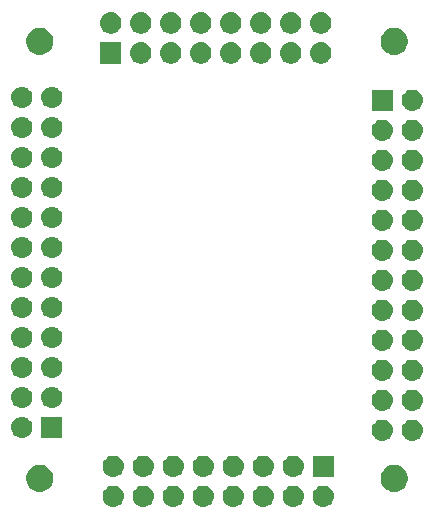
<source format=gbr>
G04 #@! TF.GenerationSoftware,KiCad,Pcbnew,(5.1.2)-2*
G04 #@! TF.CreationDate,2019-08-20T02:28:55-06:00*
G04 #@! TF.ProjectId,pqfp_80_breakout,70716670-5f38-4305-9f62-7265616b6f75,rev?*
G04 #@! TF.SameCoordinates,Original*
G04 #@! TF.FileFunction,Soldermask,Bot*
G04 #@! TF.FilePolarity,Negative*
%FSLAX46Y46*%
G04 Gerber Fmt 4.6, Leading zero omitted, Abs format (unit mm)*
G04 Created by KiCad (PCBNEW (5.1.2)-2) date 2019-08-20 02:28:55*
%MOMM*%
%LPD*%
G04 APERTURE LIST*
%ADD10C,0.100000*%
G04 APERTURE END LIST*
D10*
G36*
X160110443Y-93645519D02*
G01*
X160176627Y-93652037D01*
X160346466Y-93703557D01*
X160502991Y-93787222D01*
X160538729Y-93816552D01*
X160640186Y-93899814D01*
X160723448Y-94001271D01*
X160752778Y-94037009D01*
X160836443Y-94193534D01*
X160887963Y-94363373D01*
X160905359Y-94540000D01*
X160887963Y-94716627D01*
X160836443Y-94886466D01*
X160752778Y-95042991D01*
X160723448Y-95078729D01*
X160640186Y-95180186D01*
X160538729Y-95263448D01*
X160502991Y-95292778D01*
X160346466Y-95376443D01*
X160176627Y-95427963D01*
X160110442Y-95434482D01*
X160044260Y-95441000D01*
X159955740Y-95441000D01*
X159889558Y-95434482D01*
X159823373Y-95427963D01*
X159653534Y-95376443D01*
X159497009Y-95292778D01*
X159461271Y-95263448D01*
X159359814Y-95180186D01*
X159276552Y-95078729D01*
X159247222Y-95042991D01*
X159163557Y-94886466D01*
X159112037Y-94716627D01*
X159094641Y-94540000D01*
X159112037Y-94363373D01*
X159163557Y-94193534D01*
X159247222Y-94037009D01*
X159276552Y-94001271D01*
X159359814Y-93899814D01*
X159461271Y-93816552D01*
X159497009Y-93787222D01*
X159653534Y-93703557D01*
X159823373Y-93652037D01*
X159889557Y-93645519D01*
X159955740Y-93639000D01*
X160044260Y-93639000D01*
X160110443Y-93645519D01*
X160110443Y-93645519D01*
G37*
G36*
X157570443Y-93645519D02*
G01*
X157636627Y-93652037D01*
X157806466Y-93703557D01*
X157962991Y-93787222D01*
X157998729Y-93816552D01*
X158100186Y-93899814D01*
X158183448Y-94001271D01*
X158212778Y-94037009D01*
X158296443Y-94193534D01*
X158347963Y-94363373D01*
X158365359Y-94540000D01*
X158347963Y-94716627D01*
X158296443Y-94886466D01*
X158212778Y-95042991D01*
X158183448Y-95078729D01*
X158100186Y-95180186D01*
X157998729Y-95263448D01*
X157962991Y-95292778D01*
X157806466Y-95376443D01*
X157636627Y-95427963D01*
X157570442Y-95434482D01*
X157504260Y-95441000D01*
X157415740Y-95441000D01*
X157349558Y-95434482D01*
X157283373Y-95427963D01*
X157113534Y-95376443D01*
X156957009Y-95292778D01*
X156921271Y-95263448D01*
X156819814Y-95180186D01*
X156736552Y-95078729D01*
X156707222Y-95042991D01*
X156623557Y-94886466D01*
X156572037Y-94716627D01*
X156554641Y-94540000D01*
X156572037Y-94363373D01*
X156623557Y-94193534D01*
X156707222Y-94037009D01*
X156736552Y-94001271D01*
X156819814Y-93899814D01*
X156921271Y-93816552D01*
X156957009Y-93787222D01*
X157113534Y-93703557D01*
X157283373Y-93652037D01*
X157349557Y-93645519D01*
X157415740Y-93639000D01*
X157504260Y-93639000D01*
X157570443Y-93645519D01*
X157570443Y-93645519D01*
G37*
G36*
X155030443Y-93645519D02*
G01*
X155096627Y-93652037D01*
X155266466Y-93703557D01*
X155422991Y-93787222D01*
X155458729Y-93816552D01*
X155560186Y-93899814D01*
X155643448Y-94001271D01*
X155672778Y-94037009D01*
X155756443Y-94193534D01*
X155807963Y-94363373D01*
X155825359Y-94540000D01*
X155807963Y-94716627D01*
X155756443Y-94886466D01*
X155672778Y-95042991D01*
X155643448Y-95078729D01*
X155560186Y-95180186D01*
X155458729Y-95263448D01*
X155422991Y-95292778D01*
X155266466Y-95376443D01*
X155096627Y-95427963D01*
X155030442Y-95434482D01*
X154964260Y-95441000D01*
X154875740Y-95441000D01*
X154809558Y-95434482D01*
X154743373Y-95427963D01*
X154573534Y-95376443D01*
X154417009Y-95292778D01*
X154381271Y-95263448D01*
X154279814Y-95180186D01*
X154196552Y-95078729D01*
X154167222Y-95042991D01*
X154083557Y-94886466D01*
X154032037Y-94716627D01*
X154014641Y-94540000D01*
X154032037Y-94363373D01*
X154083557Y-94193534D01*
X154167222Y-94037009D01*
X154196552Y-94001271D01*
X154279814Y-93899814D01*
X154381271Y-93816552D01*
X154417009Y-93787222D01*
X154573534Y-93703557D01*
X154743373Y-93652037D01*
X154809557Y-93645519D01*
X154875740Y-93639000D01*
X154964260Y-93639000D01*
X155030443Y-93645519D01*
X155030443Y-93645519D01*
G37*
G36*
X152490443Y-93645519D02*
G01*
X152556627Y-93652037D01*
X152726466Y-93703557D01*
X152882991Y-93787222D01*
X152918729Y-93816552D01*
X153020186Y-93899814D01*
X153103448Y-94001271D01*
X153132778Y-94037009D01*
X153216443Y-94193534D01*
X153267963Y-94363373D01*
X153285359Y-94540000D01*
X153267963Y-94716627D01*
X153216443Y-94886466D01*
X153132778Y-95042991D01*
X153103448Y-95078729D01*
X153020186Y-95180186D01*
X152918729Y-95263448D01*
X152882991Y-95292778D01*
X152726466Y-95376443D01*
X152556627Y-95427963D01*
X152490442Y-95434482D01*
X152424260Y-95441000D01*
X152335740Y-95441000D01*
X152269558Y-95434482D01*
X152203373Y-95427963D01*
X152033534Y-95376443D01*
X151877009Y-95292778D01*
X151841271Y-95263448D01*
X151739814Y-95180186D01*
X151656552Y-95078729D01*
X151627222Y-95042991D01*
X151543557Y-94886466D01*
X151492037Y-94716627D01*
X151474641Y-94540000D01*
X151492037Y-94363373D01*
X151543557Y-94193534D01*
X151627222Y-94037009D01*
X151656552Y-94001271D01*
X151739814Y-93899814D01*
X151841271Y-93816552D01*
X151877009Y-93787222D01*
X152033534Y-93703557D01*
X152203373Y-93652037D01*
X152269557Y-93645519D01*
X152335740Y-93639000D01*
X152424260Y-93639000D01*
X152490443Y-93645519D01*
X152490443Y-93645519D01*
G37*
G36*
X149950443Y-93645519D02*
G01*
X150016627Y-93652037D01*
X150186466Y-93703557D01*
X150342991Y-93787222D01*
X150378729Y-93816552D01*
X150480186Y-93899814D01*
X150563448Y-94001271D01*
X150592778Y-94037009D01*
X150676443Y-94193534D01*
X150727963Y-94363373D01*
X150745359Y-94540000D01*
X150727963Y-94716627D01*
X150676443Y-94886466D01*
X150592778Y-95042991D01*
X150563448Y-95078729D01*
X150480186Y-95180186D01*
X150378729Y-95263448D01*
X150342991Y-95292778D01*
X150186466Y-95376443D01*
X150016627Y-95427963D01*
X149950442Y-95434482D01*
X149884260Y-95441000D01*
X149795740Y-95441000D01*
X149729558Y-95434482D01*
X149663373Y-95427963D01*
X149493534Y-95376443D01*
X149337009Y-95292778D01*
X149301271Y-95263448D01*
X149199814Y-95180186D01*
X149116552Y-95078729D01*
X149087222Y-95042991D01*
X149003557Y-94886466D01*
X148952037Y-94716627D01*
X148934641Y-94540000D01*
X148952037Y-94363373D01*
X149003557Y-94193534D01*
X149087222Y-94037009D01*
X149116552Y-94001271D01*
X149199814Y-93899814D01*
X149301271Y-93816552D01*
X149337009Y-93787222D01*
X149493534Y-93703557D01*
X149663373Y-93652037D01*
X149729557Y-93645519D01*
X149795740Y-93639000D01*
X149884260Y-93639000D01*
X149950443Y-93645519D01*
X149950443Y-93645519D01*
G37*
G36*
X144870443Y-93645519D02*
G01*
X144936627Y-93652037D01*
X145106466Y-93703557D01*
X145262991Y-93787222D01*
X145298729Y-93816552D01*
X145400186Y-93899814D01*
X145483448Y-94001271D01*
X145512778Y-94037009D01*
X145596443Y-94193534D01*
X145647963Y-94363373D01*
X145665359Y-94540000D01*
X145647963Y-94716627D01*
X145596443Y-94886466D01*
X145512778Y-95042991D01*
X145483448Y-95078729D01*
X145400186Y-95180186D01*
X145298729Y-95263448D01*
X145262991Y-95292778D01*
X145106466Y-95376443D01*
X144936627Y-95427963D01*
X144870442Y-95434482D01*
X144804260Y-95441000D01*
X144715740Y-95441000D01*
X144649558Y-95434482D01*
X144583373Y-95427963D01*
X144413534Y-95376443D01*
X144257009Y-95292778D01*
X144221271Y-95263448D01*
X144119814Y-95180186D01*
X144036552Y-95078729D01*
X144007222Y-95042991D01*
X143923557Y-94886466D01*
X143872037Y-94716627D01*
X143854641Y-94540000D01*
X143872037Y-94363373D01*
X143923557Y-94193534D01*
X144007222Y-94037009D01*
X144036552Y-94001271D01*
X144119814Y-93899814D01*
X144221271Y-93816552D01*
X144257009Y-93787222D01*
X144413534Y-93703557D01*
X144583373Y-93652037D01*
X144649557Y-93645519D01*
X144715740Y-93639000D01*
X144804260Y-93639000D01*
X144870443Y-93645519D01*
X144870443Y-93645519D01*
G37*
G36*
X147410443Y-93645519D02*
G01*
X147476627Y-93652037D01*
X147646466Y-93703557D01*
X147802991Y-93787222D01*
X147838729Y-93816552D01*
X147940186Y-93899814D01*
X148023448Y-94001271D01*
X148052778Y-94037009D01*
X148136443Y-94193534D01*
X148187963Y-94363373D01*
X148205359Y-94540000D01*
X148187963Y-94716627D01*
X148136443Y-94886466D01*
X148052778Y-95042991D01*
X148023448Y-95078729D01*
X147940186Y-95180186D01*
X147838729Y-95263448D01*
X147802991Y-95292778D01*
X147646466Y-95376443D01*
X147476627Y-95427963D01*
X147410442Y-95434482D01*
X147344260Y-95441000D01*
X147255740Y-95441000D01*
X147189558Y-95434482D01*
X147123373Y-95427963D01*
X146953534Y-95376443D01*
X146797009Y-95292778D01*
X146761271Y-95263448D01*
X146659814Y-95180186D01*
X146576552Y-95078729D01*
X146547222Y-95042991D01*
X146463557Y-94886466D01*
X146412037Y-94716627D01*
X146394641Y-94540000D01*
X146412037Y-94363373D01*
X146463557Y-94193534D01*
X146547222Y-94037009D01*
X146576552Y-94001271D01*
X146659814Y-93899814D01*
X146761271Y-93816552D01*
X146797009Y-93787222D01*
X146953534Y-93703557D01*
X147123373Y-93652037D01*
X147189557Y-93645519D01*
X147255740Y-93639000D01*
X147344260Y-93639000D01*
X147410443Y-93645519D01*
X147410443Y-93645519D01*
G37*
G36*
X142330443Y-93645519D02*
G01*
X142396627Y-93652037D01*
X142566466Y-93703557D01*
X142722991Y-93787222D01*
X142758729Y-93816552D01*
X142860186Y-93899814D01*
X142943448Y-94001271D01*
X142972778Y-94037009D01*
X143056443Y-94193534D01*
X143107963Y-94363373D01*
X143125359Y-94540000D01*
X143107963Y-94716627D01*
X143056443Y-94886466D01*
X142972778Y-95042991D01*
X142943448Y-95078729D01*
X142860186Y-95180186D01*
X142758729Y-95263448D01*
X142722991Y-95292778D01*
X142566466Y-95376443D01*
X142396627Y-95427963D01*
X142330442Y-95434482D01*
X142264260Y-95441000D01*
X142175740Y-95441000D01*
X142109558Y-95434482D01*
X142043373Y-95427963D01*
X141873534Y-95376443D01*
X141717009Y-95292778D01*
X141681271Y-95263448D01*
X141579814Y-95180186D01*
X141496552Y-95078729D01*
X141467222Y-95042991D01*
X141383557Y-94886466D01*
X141332037Y-94716627D01*
X141314641Y-94540000D01*
X141332037Y-94363373D01*
X141383557Y-94193534D01*
X141467222Y-94037009D01*
X141496552Y-94001271D01*
X141579814Y-93899814D01*
X141681271Y-93816552D01*
X141717009Y-93787222D01*
X141873534Y-93703557D01*
X142043373Y-93652037D01*
X142109557Y-93645519D01*
X142175740Y-93639000D01*
X142264260Y-93639000D01*
X142330443Y-93645519D01*
X142330443Y-93645519D01*
G37*
G36*
X166224549Y-91871116D02*
G01*
X166335734Y-91893232D01*
X166545203Y-91979997D01*
X166733720Y-92105960D01*
X166894040Y-92266280D01*
X167020003Y-92454797D01*
X167106768Y-92664266D01*
X167151000Y-92886636D01*
X167151000Y-93113364D01*
X167106768Y-93335734D01*
X167020003Y-93545203D01*
X166894040Y-93733720D01*
X166733720Y-93894040D01*
X166545203Y-94020003D01*
X166335734Y-94106768D01*
X166224549Y-94128884D01*
X166113365Y-94151000D01*
X165886635Y-94151000D01*
X165775451Y-94128884D01*
X165664266Y-94106768D01*
X165454797Y-94020003D01*
X165266280Y-93894040D01*
X165105960Y-93733720D01*
X164979997Y-93545203D01*
X164893232Y-93335734D01*
X164849000Y-93113364D01*
X164849000Y-92886636D01*
X164893232Y-92664266D01*
X164979997Y-92454797D01*
X165105960Y-92266280D01*
X165266280Y-92105960D01*
X165454797Y-91979997D01*
X165664266Y-91893232D01*
X165775451Y-91871116D01*
X165886635Y-91849000D01*
X166113365Y-91849000D01*
X166224549Y-91871116D01*
X166224549Y-91871116D01*
G37*
G36*
X136224549Y-91871116D02*
G01*
X136335734Y-91893232D01*
X136545203Y-91979997D01*
X136733720Y-92105960D01*
X136894040Y-92266280D01*
X137020003Y-92454797D01*
X137106768Y-92664266D01*
X137151000Y-92886636D01*
X137151000Y-93113364D01*
X137106768Y-93335734D01*
X137020003Y-93545203D01*
X136894040Y-93733720D01*
X136733720Y-93894040D01*
X136545203Y-94020003D01*
X136335734Y-94106768D01*
X136224549Y-94128884D01*
X136113365Y-94151000D01*
X135886635Y-94151000D01*
X135775451Y-94128884D01*
X135664266Y-94106768D01*
X135454797Y-94020003D01*
X135266280Y-93894040D01*
X135105960Y-93733720D01*
X134979997Y-93545203D01*
X134893232Y-93335734D01*
X134849000Y-93113364D01*
X134849000Y-92886636D01*
X134893232Y-92664266D01*
X134979997Y-92454797D01*
X135105960Y-92266280D01*
X135266280Y-92105960D01*
X135454797Y-91979997D01*
X135664266Y-91893232D01*
X135775451Y-91871116D01*
X135886635Y-91849000D01*
X136113365Y-91849000D01*
X136224549Y-91871116D01*
X136224549Y-91871116D01*
G37*
G36*
X157570442Y-91105518D02*
G01*
X157636627Y-91112037D01*
X157806466Y-91163557D01*
X157962991Y-91247222D01*
X157998729Y-91276552D01*
X158100186Y-91359814D01*
X158183448Y-91461271D01*
X158212778Y-91497009D01*
X158296443Y-91653534D01*
X158347963Y-91823373D01*
X158365359Y-92000000D01*
X158347963Y-92176627D01*
X158296443Y-92346466D01*
X158212778Y-92502991D01*
X158183448Y-92538729D01*
X158100186Y-92640186D01*
X157998729Y-92723448D01*
X157962991Y-92752778D01*
X157806466Y-92836443D01*
X157636627Y-92887963D01*
X157570442Y-92894482D01*
X157504260Y-92901000D01*
X157415740Y-92901000D01*
X157349557Y-92894481D01*
X157283373Y-92887963D01*
X157113534Y-92836443D01*
X156957009Y-92752778D01*
X156921271Y-92723448D01*
X156819814Y-92640186D01*
X156736552Y-92538729D01*
X156707222Y-92502991D01*
X156623557Y-92346466D01*
X156572037Y-92176627D01*
X156554641Y-92000000D01*
X156572037Y-91823373D01*
X156623557Y-91653534D01*
X156707222Y-91497009D01*
X156736552Y-91461271D01*
X156819814Y-91359814D01*
X156921271Y-91276552D01*
X156957009Y-91247222D01*
X157113534Y-91163557D01*
X157283373Y-91112037D01*
X157349558Y-91105518D01*
X157415740Y-91099000D01*
X157504260Y-91099000D01*
X157570442Y-91105518D01*
X157570442Y-91105518D01*
G37*
G36*
X160901000Y-92901000D02*
G01*
X159099000Y-92901000D01*
X159099000Y-91099000D01*
X160901000Y-91099000D01*
X160901000Y-92901000D01*
X160901000Y-92901000D01*
G37*
G36*
X155030442Y-91105518D02*
G01*
X155096627Y-91112037D01*
X155266466Y-91163557D01*
X155422991Y-91247222D01*
X155458729Y-91276552D01*
X155560186Y-91359814D01*
X155643448Y-91461271D01*
X155672778Y-91497009D01*
X155756443Y-91653534D01*
X155807963Y-91823373D01*
X155825359Y-92000000D01*
X155807963Y-92176627D01*
X155756443Y-92346466D01*
X155672778Y-92502991D01*
X155643448Y-92538729D01*
X155560186Y-92640186D01*
X155458729Y-92723448D01*
X155422991Y-92752778D01*
X155266466Y-92836443D01*
X155096627Y-92887963D01*
X155030442Y-92894482D01*
X154964260Y-92901000D01*
X154875740Y-92901000D01*
X154809557Y-92894481D01*
X154743373Y-92887963D01*
X154573534Y-92836443D01*
X154417009Y-92752778D01*
X154381271Y-92723448D01*
X154279814Y-92640186D01*
X154196552Y-92538729D01*
X154167222Y-92502991D01*
X154083557Y-92346466D01*
X154032037Y-92176627D01*
X154014641Y-92000000D01*
X154032037Y-91823373D01*
X154083557Y-91653534D01*
X154167222Y-91497009D01*
X154196552Y-91461271D01*
X154279814Y-91359814D01*
X154381271Y-91276552D01*
X154417009Y-91247222D01*
X154573534Y-91163557D01*
X154743373Y-91112037D01*
X154809558Y-91105518D01*
X154875740Y-91099000D01*
X154964260Y-91099000D01*
X155030442Y-91105518D01*
X155030442Y-91105518D01*
G37*
G36*
X152490442Y-91105518D02*
G01*
X152556627Y-91112037D01*
X152726466Y-91163557D01*
X152882991Y-91247222D01*
X152918729Y-91276552D01*
X153020186Y-91359814D01*
X153103448Y-91461271D01*
X153132778Y-91497009D01*
X153216443Y-91653534D01*
X153267963Y-91823373D01*
X153285359Y-92000000D01*
X153267963Y-92176627D01*
X153216443Y-92346466D01*
X153132778Y-92502991D01*
X153103448Y-92538729D01*
X153020186Y-92640186D01*
X152918729Y-92723448D01*
X152882991Y-92752778D01*
X152726466Y-92836443D01*
X152556627Y-92887963D01*
X152490442Y-92894482D01*
X152424260Y-92901000D01*
X152335740Y-92901000D01*
X152269557Y-92894481D01*
X152203373Y-92887963D01*
X152033534Y-92836443D01*
X151877009Y-92752778D01*
X151841271Y-92723448D01*
X151739814Y-92640186D01*
X151656552Y-92538729D01*
X151627222Y-92502991D01*
X151543557Y-92346466D01*
X151492037Y-92176627D01*
X151474641Y-92000000D01*
X151492037Y-91823373D01*
X151543557Y-91653534D01*
X151627222Y-91497009D01*
X151656552Y-91461271D01*
X151739814Y-91359814D01*
X151841271Y-91276552D01*
X151877009Y-91247222D01*
X152033534Y-91163557D01*
X152203373Y-91112037D01*
X152269558Y-91105518D01*
X152335740Y-91099000D01*
X152424260Y-91099000D01*
X152490442Y-91105518D01*
X152490442Y-91105518D01*
G37*
G36*
X147410442Y-91105518D02*
G01*
X147476627Y-91112037D01*
X147646466Y-91163557D01*
X147802991Y-91247222D01*
X147838729Y-91276552D01*
X147940186Y-91359814D01*
X148023448Y-91461271D01*
X148052778Y-91497009D01*
X148136443Y-91653534D01*
X148187963Y-91823373D01*
X148205359Y-92000000D01*
X148187963Y-92176627D01*
X148136443Y-92346466D01*
X148052778Y-92502991D01*
X148023448Y-92538729D01*
X147940186Y-92640186D01*
X147838729Y-92723448D01*
X147802991Y-92752778D01*
X147646466Y-92836443D01*
X147476627Y-92887963D01*
X147410442Y-92894482D01*
X147344260Y-92901000D01*
X147255740Y-92901000D01*
X147189557Y-92894481D01*
X147123373Y-92887963D01*
X146953534Y-92836443D01*
X146797009Y-92752778D01*
X146761271Y-92723448D01*
X146659814Y-92640186D01*
X146576552Y-92538729D01*
X146547222Y-92502991D01*
X146463557Y-92346466D01*
X146412037Y-92176627D01*
X146394641Y-92000000D01*
X146412037Y-91823373D01*
X146463557Y-91653534D01*
X146547222Y-91497009D01*
X146576552Y-91461271D01*
X146659814Y-91359814D01*
X146761271Y-91276552D01*
X146797009Y-91247222D01*
X146953534Y-91163557D01*
X147123373Y-91112037D01*
X147189558Y-91105518D01*
X147255740Y-91099000D01*
X147344260Y-91099000D01*
X147410442Y-91105518D01*
X147410442Y-91105518D01*
G37*
G36*
X144870442Y-91105518D02*
G01*
X144936627Y-91112037D01*
X145106466Y-91163557D01*
X145262991Y-91247222D01*
X145298729Y-91276552D01*
X145400186Y-91359814D01*
X145483448Y-91461271D01*
X145512778Y-91497009D01*
X145596443Y-91653534D01*
X145647963Y-91823373D01*
X145665359Y-92000000D01*
X145647963Y-92176627D01*
X145596443Y-92346466D01*
X145512778Y-92502991D01*
X145483448Y-92538729D01*
X145400186Y-92640186D01*
X145298729Y-92723448D01*
X145262991Y-92752778D01*
X145106466Y-92836443D01*
X144936627Y-92887963D01*
X144870442Y-92894482D01*
X144804260Y-92901000D01*
X144715740Y-92901000D01*
X144649557Y-92894481D01*
X144583373Y-92887963D01*
X144413534Y-92836443D01*
X144257009Y-92752778D01*
X144221271Y-92723448D01*
X144119814Y-92640186D01*
X144036552Y-92538729D01*
X144007222Y-92502991D01*
X143923557Y-92346466D01*
X143872037Y-92176627D01*
X143854641Y-92000000D01*
X143872037Y-91823373D01*
X143923557Y-91653534D01*
X144007222Y-91497009D01*
X144036552Y-91461271D01*
X144119814Y-91359814D01*
X144221271Y-91276552D01*
X144257009Y-91247222D01*
X144413534Y-91163557D01*
X144583373Y-91112037D01*
X144649558Y-91105518D01*
X144715740Y-91099000D01*
X144804260Y-91099000D01*
X144870442Y-91105518D01*
X144870442Y-91105518D01*
G37*
G36*
X142330442Y-91105518D02*
G01*
X142396627Y-91112037D01*
X142566466Y-91163557D01*
X142722991Y-91247222D01*
X142758729Y-91276552D01*
X142860186Y-91359814D01*
X142943448Y-91461271D01*
X142972778Y-91497009D01*
X143056443Y-91653534D01*
X143107963Y-91823373D01*
X143125359Y-92000000D01*
X143107963Y-92176627D01*
X143056443Y-92346466D01*
X142972778Y-92502991D01*
X142943448Y-92538729D01*
X142860186Y-92640186D01*
X142758729Y-92723448D01*
X142722991Y-92752778D01*
X142566466Y-92836443D01*
X142396627Y-92887963D01*
X142330442Y-92894482D01*
X142264260Y-92901000D01*
X142175740Y-92901000D01*
X142109557Y-92894481D01*
X142043373Y-92887963D01*
X141873534Y-92836443D01*
X141717009Y-92752778D01*
X141681271Y-92723448D01*
X141579814Y-92640186D01*
X141496552Y-92538729D01*
X141467222Y-92502991D01*
X141383557Y-92346466D01*
X141332037Y-92176627D01*
X141314641Y-92000000D01*
X141332037Y-91823373D01*
X141383557Y-91653534D01*
X141467222Y-91497009D01*
X141496552Y-91461271D01*
X141579814Y-91359814D01*
X141681271Y-91276552D01*
X141717009Y-91247222D01*
X141873534Y-91163557D01*
X142043373Y-91112037D01*
X142109558Y-91105518D01*
X142175740Y-91099000D01*
X142264260Y-91099000D01*
X142330442Y-91105518D01*
X142330442Y-91105518D01*
G37*
G36*
X149950442Y-91105518D02*
G01*
X150016627Y-91112037D01*
X150186466Y-91163557D01*
X150342991Y-91247222D01*
X150378729Y-91276552D01*
X150480186Y-91359814D01*
X150563448Y-91461271D01*
X150592778Y-91497009D01*
X150676443Y-91653534D01*
X150727963Y-91823373D01*
X150745359Y-92000000D01*
X150727963Y-92176627D01*
X150676443Y-92346466D01*
X150592778Y-92502991D01*
X150563448Y-92538729D01*
X150480186Y-92640186D01*
X150378729Y-92723448D01*
X150342991Y-92752778D01*
X150186466Y-92836443D01*
X150016627Y-92887963D01*
X149950442Y-92894482D01*
X149884260Y-92901000D01*
X149795740Y-92901000D01*
X149729557Y-92894481D01*
X149663373Y-92887963D01*
X149493534Y-92836443D01*
X149337009Y-92752778D01*
X149301271Y-92723448D01*
X149199814Y-92640186D01*
X149116552Y-92538729D01*
X149087222Y-92502991D01*
X149003557Y-92346466D01*
X148952037Y-92176627D01*
X148934641Y-92000000D01*
X148952037Y-91823373D01*
X149003557Y-91653534D01*
X149087222Y-91497009D01*
X149116552Y-91461271D01*
X149199814Y-91359814D01*
X149301271Y-91276552D01*
X149337009Y-91247222D01*
X149493534Y-91163557D01*
X149663373Y-91112037D01*
X149729558Y-91105518D01*
X149795740Y-91099000D01*
X149884260Y-91099000D01*
X149950442Y-91105518D01*
X149950442Y-91105518D01*
G37*
G36*
X165110443Y-88045519D02*
G01*
X165176627Y-88052037D01*
X165346466Y-88103557D01*
X165502991Y-88187222D01*
X165538729Y-88216552D01*
X165640186Y-88299814D01*
X165723448Y-88401271D01*
X165752778Y-88437009D01*
X165836443Y-88593534D01*
X165887963Y-88763373D01*
X165905359Y-88940000D01*
X165887963Y-89116627D01*
X165836443Y-89286466D01*
X165752778Y-89442991D01*
X165744745Y-89452779D01*
X165640186Y-89580186D01*
X165538729Y-89663448D01*
X165502991Y-89692778D01*
X165346466Y-89776443D01*
X165176627Y-89827963D01*
X165110443Y-89834481D01*
X165044260Y-89841000D01*
X164955740Y-89841000D01*
X164889557Y-89834481D01*
X164823373Y-89827963D01*
X164653534Y-89776443D01*
X164497009Y-89692778D01*
X164461271Y-89663448D01*
X164359814Y-89580186D01*
X164255255Y-89452779D01*
X164247222Y-89442991D01*
X164163557Y-89286466D01*
X164112037Y-89116627D01*
X164094641Y-88940000D01*
X164112037Y-88763373D01*
X164163557Y-88593534D01*
X164247222Y-88437009D01*
X164276552Y-88401271D01*
X164359814Y-88299814D01*
X164461271Y-88216552D01*
X164497009Y-88187222D01*
X164653534Y-88103557D01*
X164823373Y-88052037D01*
X164889557Y-88045519D01*
X164955740Y-88039000D01*
X165044260Y-88039000D01*
X165110443Y-88045519D01*
X165110443Y-88045519D01*
G37*
G36*
X167650443Y-88045519D02*
G01*
X167716627Y-88052037D01*
X167886466Y-88103557D01*
X168042991Y-88187222D01*
X168078729Y-88216552D01*
X168180186Y-88299814D01*
X168263448Y-88401271D01*
X168292778Y-88437009D01*
X168376443Y-88593534D01*
X168427963Y-88763373D01*
X168445359Y-88940000D01*
X168427963Y-89116627D01*
X168376443Y-89286466D01*
X168292778Y-89442991D01*
X168284745Y-89452779D01*
X168180186Y-89580186D01*
X168078729Y-89663448D01*
X168042991Y-89692778D01*
X167886466Y-89776443D01*
X167716627Y-89827963D01*
X167650443Y-89834481D01*
X167584260Y-89841000D01*
X167495740Y-89841000D01*
X167429557Y-89834481D01*
X167363373Y-89827963D01*
X167193534Y-89776443D01*
X167037009Y-89692778D01*
X167001271Y-89663448D01*
X166899814Y-89580186D01*
X166795255Y-89452779D01*
X166787222Y-89442991D01*
X166703557Y-89286466D01*
X166652037Y-89116627D01*
X166634641Y-88940000D01*
X166652037Y-88763373D01*
X166703557Y-88593534D01*
X166787222Y-88437009D01*
X166816552Y-88401271D01*
X166899814Y-88299814D01*
X167001271Y-88216552D01*
X167037009Y-88187222D01*
X167193534Y-88103557D01*
X167363373Y-88052037D01*
X167429557Y-88045519D01*
X167495740Y-88039000D01*
X167584260Y-88039000D01*
X167650443Y-88045519D01*
X167650443Y-88045519D01*
G37*
G36*
X137901000Y-89601000D02*
G01*
X136099000Y-89601000D01*
X136099000Y-87799000D01*
X137901000Y-87799000D01*
X137901000Y-89601000D01*
X137901000Y-89601000D01*
G37*
G36*
X134570443Y-87805519D02*
G01*
X134636627Y-87812037D01*
X134806466Y-87863557D01*
X134962991Y-87947222D01*
X134998729Y-87976552D01*
X135100186Y-88059814D01*
X135183448Y-88161271D01*
X135212778Y-88197009D01*
X135296443Y-88353534D01*
X135347963Y-88523373D01*
X135365359Y-88700000D01*
X135347963Y-88876627D01*
X135296443Y-89046466D01*
X135212778Y-89202991D01*
X135183448Y-89238729D01*
X135100186Y-89340186D01*
X134998729Y-89423448D01*
X134962991Y-89452778D01*
X134806466Y-89536443D01*
X134636627Y-89587963D01*
X134570443Y-89594481D01*
X134504260Y-89601000D01*
X134415740Y-89601000D01*
X134349557Y-89594481D01*
X134283373Y-89587963D01*
X134113534Y-89536443D01*
X133957009Y-89452778D01*
X133921271Y-89423448D01*
X133819814Y-89340186D01*
X133736552Y-89238729D01*
X133707222Y-89202991D01*
X133623557Y-89046466D01*
X133572037Y-88876627D01*
X133554641Y-88700000D01*
X133572037Y-88523373D01*
X133623557Y-88353534D01*
X133707222Y-88197009D01*
X133736552Y-88161271D01*
X133819814Y-88059814D01*
X133921271Y-87976552D01*
X133957009Y-87947222D01*
X134113534Y-87863557D01*
X134283373Y-87812037D01*
X134349557Y-87805519D01*
X134415740Y-87799000D01*
X134504260Y-87799000D01*
X134570443Y-87805519D01*
X134570443Y-87805519D01*
G37*
G36*
X167650442Y-85505518D02*
G01*
X167716627Y-85512037D01*
X167886466Y-85563557D01*
X168042991Y-85647222D01*
X168078729Y-85676552D01*
X168180186Y-85759814D01*
X168263448Y-85861271D01*
X168292778Y-85897009D01*
X168376443Y-86053534D01*
X168427963Y-86223373D01*
X168445359Y-86400000D01*
X168427963Y-86576627D01*
X168376443Y-86746466D01*
X168292778Y-86902991D01*
X168284745Y-86912779D01*
X168180186Y-87040186D01*
X168078729Y-87123448D01*
X168042991Y-87152778D01*
X167886466Y-87236443D01*
X167716627Y-87287963D01*
X167650443Y-87294481D01*
X167584260Y-87301000D01*
X167495740Y-87301000D01*
X167429557Y-87294481D01*
X167363373Y-87287963D01*
X167193534Y-87236443D01*
X167037009Y-87152778D01*
X167001271Y-87123448D01*
X166899814Y-87040186D01*
X166795255Y-86912779D01*
X166787222Y-86902991D01*
X166703557Y-86746466D01*
X166652037Y-86576627D01*
X166634641Y-86400000D01*
X166652037Y-86223373D01*
X166703557Y-86053534D01*
X166787222Y-85897009D01*
X166816552Y-85861271D01*
X166899814Y-85759814D01*
X167001271Y-85676552D01*
X167037009Y-85647222D01*
X167193534Y-85563557D01*
X167363373Y-85512037D01*
X167429558Y-85505518D01*
X167495740Y-85499000D01*
X167584260Y-85499000D01*
X167650442Y-85505518D01*
X167650442Y-85505518D01*
G37*
G36*
X165110442Y-85505518D02*
G01*
X165176627Y-85512037D01*
X165346466Y-85563557D01*
X165502991Y-85647222D01*
X165538729Y-85676552D01*
X165640186Y-85759814D01*
X165723448Y-85861271D01*
X165752778Y-85897009D01*
X165836443Y-86053534D01*
X165887963Y-86223373D01*
X165905359Y-86400000D01*
X165887963Y-86576627D01*
X165836443Y-86746466D01*
X165752778Y-86902991D01*
X165744745Y-86912779D01*
X165640186Y-87040186D01*
X165538729Y-87123448D01*
X165502991Y-87152778D01*
X165346466Y-87236443D01*
X165176627Y-87287963D01*
X165110443Y-87294481D01*
X165044260Y-87301000D01*
X164955740Y-87301000D01*
X164889557Y-87294481D01*
X164823373Y-87287963D01*
X164653534Y-87236443D01*
X164497009Y-87152778D01*
X164461271Y-87123448D01*
X164359814Y-87040186D01*
X164255255Y-86912779D01*
X164247222Y-86902991D01*
X164163557Y-86746466D01*
X164112037Y-86576627D01*
X164094641Y-86400000D01*
X164112037Y-86223373D01*
X164163557Y-86053534D01*
X164247222Y-85897009D01*
X164276552Y-85861271D01*
X164359814Y-85759814D01*
X164461271Y-85676552D01*
X164497009Y-85647222D01*
X164653534Y-85563557D01*
X164823373Y-85512037D01*
X164889558Y-85505518D01*
X164955740Y-85499000D01*
X165044260Y-85499000D01*
X165110442Y-85505518D01*
X165110442Y-85505518D01*
G37*
G36*
X137110442Y-85265518D02*
G01*
X137176627Y-85272037D01*
X137346466Y-85323557D01*
X137502991Y-85407222D01*
X137538729Y-85436552D01*
X137640186Y-85519814D01*
X137723448Y-85621271D01*
X137752778Y-85657009D01*
X137836443Y-85813534D01*
X137887963Y-85983373D01*
X137905359Y-86160000D01*
X137887963Y-86336627D01*
X137836443Y-86506466D01*
X137752778Y-86662991D01*
X137723448Y-86698729D01*
X137640186Y-86800186D01*
X137538729Y-86883448D01*
X137502991Y-86912778D01*
X137346466Y-86996443D01*
X137176627Y-87047963D01*
X137110443Y-87054481D01*
X137044260Y-87061000D01*
X136955740Y-87061000D01*
X136889557Y-87054481D01*
X136823373Y-87047963D01*
X136653534Y-86996443D01*
X136497009Y-86912778D01*
X136461271Y-86883448D01*
X136359814Y-86800186D01*
X136276552Y-86698729D01*
X136247222Y-86662991D01*
X136163557Y-86506466D01*
X136112037Y-86336627D01*
X136094641Y-86160000D01*
X136112037Y-85983373D01*
X136163557Y-85813534D01*
X136247222Y-85657009D01*
X136276552Y-85621271D01*
X136359814Y-85519814D01*
X136461271Y-85436552D01*
X136497009Y-85407222D01*
X136653534Y-85323557D01*
X136823373Y-85272037D01*
X136889558Y-85265518D01*
X136955740Y-85259000D01*
X137044260Y-85259000D01*
X137110442Y-85265518D01*
X137110442Y-85265518D01*
G37*
G36*
X134570442Y-85265518D02*
G01*
X134636627Y-85272037D01*
X134806466Y-85323557D01*
X134962991Y-85407222D01*
X134998729Y-85436552D01*
X135100186Y-85519814D01*
X135183448Y-85621271D01*
X135212778Y-85657009D01*
X135296443Y-85813534D01*
X135347963Y-85983373D01*
X135365359Y-86160000D01*
X135347963Y-86336627D01*
X135296443Y-86506466D01*
X135212778Y-86662991D01*
X135183448Y-86698729D01*
X135100186Y-86800186D01*
X134998729Y-86883448D01*
X134962991Y-86912778D01*
X134806466Y-86996443D01*
X134636627Y-87047963D01*
X134570443Y-87054481D01*
X134504260Y-87061000D01*
X134415740Y-87061000D01*
X134349557Y-87054481D01*
X134283373Y-87047963D01*
X134113534Y-86996443D01*
X133957009Y-86912778D01*
X133921271Y-86883448D01*
X133819814Y-86800186D01*
X133736552Y-86698729D01*
X133707222Y-86662991D01*
X133623557Y-86506466D01*
X133572037Y-86336627D01*
X133554641Y-86160000D01*
X133572037Y-85983373D01*
X133623557Y-85813534D01*
X133707222Y-85657009D01*
X133736552Y-85621271D01*
X133819814Y-85519814D01*
X133921271Y-85436552D01*
X133957009Y-85407222D01*
X134113534Y-85323557D01*
X134283373Y-85272037D01*
X134349558Y-85265518D01*
X134415740Y-85259000D01*
X134504260Y-85259000D01*
X134570442Y-85265518D01*
X134570442Y-85265518D01*
G37*
G36*
X165110443Y-82965519D02*
G01*
X165176627Y-82972037D01*
X165346466Y-83023557D01*
X165502991Y-83107222D01*
X165538729Y-83136552D01*
X165640186Y-83219814D01*
X165723448Y-83321271D01*
X165752778Y-83357009D01*
X165836443Y-83513534D01*
X165887963Y-83683373D01*
X165905359Y-83860000D01*
X165887963Y-84036627D01*
X165836443Y-84206466D01*
X165752778Y-84362991D01*
X165744745Y-84372779D01*
X165640186Y-84500186D01*
X165538729Y-84583448D01*
X165502991Y-84612778D01*
X165346466Y-84696443D01*
X165176627Y-84747963D01*
X165110443Y-84754481D01*
X165044260Y-84761000D01*
X164955740Y-84761000D01*
X164889557Y-84754481D01*
X164823373Y-84747963D01*
X164653534Y-84696443D01*
X164497009Y-84612778D01*
X164461271Y-84583448D01*
X164359814Y-84500186D01*
X164255255Y-84372779D01*
X164247222Y-84362991D01*
X164163557Y-84206466D01*
X164112037Y-84036627D01*
X164094641Y-83860000D01*
X164112037Y-83683373D01*
X164163557Y-83513534D01*
X164247222Y-83357009D01*
X164276552Y-83321271D01*
X164359814Y-83219814D01*
X164461271Y-83136552D01*
X164497009Y-83107222D01*
X164653534Y-83023557D01*
X164823373Y-82972037D01*
X164889557Y-82965519D01*
X164955740Y-82959000D01*
X165044260Y-82959000D01*
X165110443Y-82965519D01*
X165110443Y-82965519D01*
G37*
G36*
X167650443Y-82965519D02*
G01*
X167716627Y-82972037D01*
X167886466Y-83023557D01*
X168042991Y-83107222D01*
X168078729Y-83136552D01*
X168180186Y-83219814D01*
X168263448Y-83321271D01*
X168292778Y-83357009D01*
X168376443Y-83513534D01*
X168427963Y-83683373D01*
X168445359Y-83860000D01*
X168427963Y-84036627D01*
X168376443Y-84206466D01*
X168292778Y-84362991D01*
X168284745Y-84372779D01*
X168180186Y-84500186D01*
X168078729Y-84583448D01*
X168042991Y-84612778D01*
X167886466Y-84696443D01*
X167716627Y-84747963D01*
X167650443Y-84754481D01*
X167584260Y-84761000D01*
X167495740Y-84761000D01*
X167429557Y-84754481D01*
X167363373Y-84747963D01*
X167193534Y-84696443D01*
X167037009Y-84612778D01*
X167001271Y-84583448D01*
X166899814Y-84500186D01*
X166795255Y-84372779D01*
X166787222Y-84362991D01*
X166703557Y-84206466D01*
X166652037Y-84036627D01*
X166634641Y-83860000D01*
X166652037Y-83683373D01*
X166703557Y-83513534D01*
X166787222Y-83357009D01*
X166816552Y-83321271D01*
X166899814Y-83219814D01*
X167001271Y-83136552D01*
X167037009Y-83107222D01*
X167193534Y-83023557D01*
X167363373Y-82972037D01*
X167429557Y-82965519D01*
X167495740Y-82959000D01*
X167584260Y-82959000D01*
X167650443Y-82965519D01*
X167650443Y-82965519D01*
G37*
G36*
X134570443Y-82725519D02*
G01*
X134636627Y-82732037D01*
X134806466Y-82783557D01*
X134962991Y-82867222D01*
X134998729Y-82896552D01*
X135100186Y-82979814D01*
X135183448Y-83081271D01*
X135212778Y-83117009D01*
X135296443Y-83273534D01*
X135347963Y-83443373D01*
X135365359Y-83620000D01*
X135347963Y-83796627D01*
X135296443Y-83966466D01*
X135212778Y-84122991D01*
X135183448Y-84158729D01*
X135100186Y-84260186D01*
X134998729Y-84343448D01*
X134962991Y-84372778D01*
X134806466Y-84456443D01*
X134636627Y-84507963D01*
X134570443Y-84514481D01*
X134504260Y-84521000D01*
X134415740Y-84521000D01*
X134349557Y-84514481D01*
X134283373Y-84507963D01*
X134113534Y-84456443D01*
X133957009Y-84372778D01*
X133921271Y-84343448D01*
X133819814Y-84260186D01*
X133736552Y-84158729D01*
X133707222Y-84122991D01*
X133623557Y-83966466D01*
X133572037Y-83796627D01*
X133554641Y-83620000D01*
X133572037Y-83443373D01*
X133623557Y-83273534D01*
X133707222Y-83117009D01*
X133736552Y-83081271D01*
X133819814Y-82979814D01*
X133921271Y-82896552D01*
X133957009Y-82867222D01*
X134113534Y-82783557D01*
X134283373Y-82732037D01*
X134349557Y-82725519D01*
X134415740Y-82719000D01*
X134504260Y-82719000D01*
X134570443Y-82725519D01*
X134570443Y-82725519D01*
G37*
G36*
X137110443Y-82725519D02*
G01*
X137176627Y-82732037D01*
X137346466Y-82783557D01*
X137502991Y-82867222D01*
X137538729Y-82896552D01*
X137640186Y-82979814D01*
X137723448Y-83081271D01*
X137752778Y-83117009D01*
X137836443Y-83273534D01*
X137887963Y-83443373D01*
X137905359Y-83620000D01*
X137887963Y-83796627D01*
X137836443Y-83966466D01*
X137752778Y-84122991D01*
X137723448Y-84158729D01*
X137640186Y-84260186D01*
X137538729Y-84343448D01*
X137502991Y-84372778D01*
X137346466Y-84456443D01*
X137176627Y-84507963D01*
X137110443Y-84514481D01*
X137044260Y-84521000D01*
X136955740Y-84521000D01*
X136889557Y-84514481D01*
X136823373Y-84507963D01*
X136653534Y-84456443D01*
X136497009Y-84372778D01*
X136461271Y-84343448D01*
X136359814Y-84260186D01*
X136276552Y-84158729D01*
X136247222Y-84122991D01*
X136163557Y-83966466D01*
X136112037Y-83796627D01*
X136094641Y-83620000D01*
X136112037Y-83443373D01*
X136163557Y-83273534D01*
X136247222Y-83117009D01*
X136276552Y-83081271D01*
X136359814Y-82979814D01*
X136461271Y-82896552D01*
X136497009Y-82867222D01*
X136653534Y-82783557D01*
X136823373Y-82732037D01*
X136889557Y-82725519D01*
X136955740Y-82719000D01*
X137044260Y-82719000D01*
X137110443Y-82725519D01*
X137110443Y-82725519D01*
G37*
G36*
X167650443Y-80425519D02*
G01*
X167716627Y-80432037D01*
X167886466Y-80483557D01*
X168042991Y-80567222D01*
X168078729Y-80596552D01*
X168180186Y-80679814D01*
X168263448Y-80781271D01*
X168292778Y-80817009D01*
X168376443Y-80973534D01*
X168427963Y-81143373D01*
X168445359Y-81320000D01*
X168427963Y-81496627D01*
X168376443Y-81666466D01*
X168292778Y-81822991D01*
X168284745Y-81832779D01*
X168180186Y-81960186D01*
X168078729Y-82043448D01*
X168042991Y-82072778D01*
X167886466Y-82156443D01*
X167716627Y-82207963D01*
X167650442Y-82214482D01*
X167584260Y-82221000D01*
X167495740Y-82221000D01*
X167429558Y-82214482D01*
X167363373Y-82207963D01*
X167193534Y-82156443D01*
X167037009Y-82072778D01*
X167001271Y-82043448D01*
X166899814Y-81960186D01*
X166795255Y-81832779D01*
X166787222Y-81822991D01*
X166703557Y-81666466D01*
X166652037Y-81496627D01*
X166634641Y-81320000D01*
X166652037Y-81143373D01*
X166703557Y-80973534D01*
X166787222Y-80817009D01*
X166816552Y-80781271D01*
X166899814Y-80679814D01*
X167001271Y-80596552D01*
X167037009Y-80567222D01*
X167193534Y-80483557D01*
X167363373Y-80432037D01*
X167429557Y-80425519D01*
X167495740Y-80419000D01*
X167584260Y-80419000D01*
X167650443Y-80425519D01*
X167650443Y-80425519D01*
G37*
G36*
X165110443Y-80425519D02*
G01*
X165176627Y-80432037D01*
X165346466Y-80483557D01*
X165502991Y-80567222D01*
X165538729Y-80596552D01*
X165640186Y-80679814D01*
X165723448Y-80781271D01*
X165752778Y-80817009D01*
X165836443Y-80973534D01*
X165887963Y-81143373D01*
X165905359Y-81320000D01*
X165887963Y-81496627D01*
X165836443Y-81666466D01*
X165752778Y-81822991D01*
X165744745Y-81832779D01*
X165640186Y-81960186D01*
X165538729Y-82043448D01*
X165502991Y-82072778D01*
X165346466Y-82156443D01*
X165176627Y-82207963D01*
X165110442Y-82214482D01*
X165044260Y-82221000D01*
X164955740Y-82221000D01*
X164889558Y-82214482D01*
X164823373Y-82207963D01*
X164653534Y-82156443D01*
X164497009Y-82072778D01*
X164461271Y-82043448D01*
X164359814Y-81960186D01*
X164255255Y-81832779D01*
X164247222Y-81822991D01*
X164163557Y-81666466D01*
X164112037Y-81496627D01*
X164094641Y-81320000D01*
X164112037Y-81143373D01*
X164163557Y-80973534D01*
X164247222Y-80817009D01*
X164276552Y-80781271D01*
X164359814Y-80679814D01*
X164461271Y-80596552D01*
X164497009Y-80567222D01*
X164653534Y-80483557D01*
X164823373Y-80432037D01*
X164889557Y-80425519D01*
X164955740Y-80419000D01*
X165044260Y-80419000D01*
X165110443Y-80425519D01*
X165110443Y-80425519D01*
G37*
G36*
X134570443Y-80185519D02*
G01*
X134636627Y-80192037D01*
X134806466Y-80243557D01*
X134962991Y-80327222D01*
X134998729Y-80356552D01*
X135100186Y-80439814D01*
X135183448Y-80541271D01*
X135212778Y-80577009D01*
X135296443Y-80733534D01*
X135347963Y-80903373D01*
X135365359Y-81080000D01*
X135347963Y-81256627D01*
X135296443Y-81426466D01*
X135212778Y-81582991D01*
X135183448Y-81618729D01*
X135100186Y-81720186D01*
X134998729Y-81803448D01*
X134962991Y-81832778D01*
X134806466Y-81916443D01*
X134636627Y-81967963D01*
X134570442Y-81974482D01*
X134504260Y-81981000D01*
X134415740Y-81981000D01*
X134349558Y-81974482D01*
X134283373Y-81967963D01*
X134113534Y-81916443D01*
X133957009Y-81832778D01*
X133921271Y-81803448D01*
X133819814Y-81720186D01*
X133736552Y-81618729D01*
X133707222Y-81582991D01*
X133623557Y-81426466D01*
X133572037Y-81256627D01*
X133554641Y-81080000D01*
X133572037Y-80903373D01*
X133623557Y-80733534D01*
X133707222Y-80577009D01*
X133736552Y-80541271D01*
X133819814Y-80439814D01*
X133921271Y-80356552D01*
X133957009Y-80327222D01*
X134113534Y-80243557D01*
X134283373Y-80192037D01*
X134349557Y-80185519D01*
X134415740Y-80179000D01*
X134504260Y-80179000D01*
X134570443Y-80185519D01*
X134570443Y-80185519D01*
G37*
G36*
X137110443Y-80185519D02*
G01*
X137176627Y-80192037D01*
X137346466Y-80243557D01*
X137502991Y-80327222D01*
X137538729Y-80356552D01*
X137640186Y-80439814D01*
X137723448Y-80541271D01*
X137752778Y-80577009D01*
X137836443Y-80733534D01*
X137887963Y-80903373D01*
X137905359Y-81080000D01*
X137887963Y-81256627D01*
X137836443Y-81426466D01*
X137752778Y-81582991D01*
X137723448Y-81618729D01*
X137640186Y-81720186D01*
X137538729Y-81803448D01*
X137502991Y-81832778D01*
X137346466Y-81916443D01*
X137176627Y-81967963D01*
X137110442Y-81974482D01*
X137044260Y-81981000D01*
X136955740Y-81981000D01*
X136889558Y-81974482D01*
X136823373Y-81967963D01*
X136653534Y-81916443D01*
X136497009Y-81832778D01*
X136461271Y-81803448D01*
X136359814Y-81720186D01*
X136276552Y-81618729D01*
X136247222Y-81582991D01*
X136163557Y-81426466D01*
X136112037Y-81256627D01*
X136094641Y-81080000D01*
X136112037Y-80903373D01*
X136163557Y-80733534D01*
X136247222Y-80577009D01*
X136276552Y-80541271D01*
X136359814Y-80439814D01*
X136461271Y-80356552D01*
X136497009Y-80327222D01*
X136653534Y-80243557D01*
X136823373Y-80192037D01*
X136889557Y-80185519D01*
X136955740Y-80179000D01*
X137044260Y-80179000D01*
X137110443Y-80185519D01*
X137110443Y-80185519D01*
G37*
G36*
X165110442Y-77885518D02*
G01*
X165176627Y-77892037D01*
X165346466Y-77943557D01*
X165502991Y-78027222D01*
X165538729Y-78056552D01*
X165640186Y-78139814D01*
X165723448Y-78241271D01*
X165752778Y-78277009D01*
X165836443Y-78433534D01*
X165887963Y-78603373D01*
X165905359Y-78780000D01*
X165887963Y-78956627D01*
X165836443Y-79126466D01*
X165752778Y-79282991D01*
X165744745Y-79292779D01*
X165640186Y-79420186D01*
X165538729Y-79503448D01*
X165502991Y-79532778D01*
X165346466Y-79616443D01*
X165176627Y-79667963D01*
X165110442Y-79674482D01*
X165044260Y-79681000D01*
X164955740Y-79681000D01*
X164889558Y-79674482D01*
X164823373Y-79667963D01*
X164653534Y-79616443D01*
X164497009Y-79532778D01*
X164461271Y-79503448D01*
X164359814Y-79420186D01*
X164255255Y-79292779D01*
X164247222Y-79282991D01*
X164163557Y-79126466D01*
X164112037Y-78956627D01*
X164094641Y-78780000D01*
X164112037Y-78603373D01*
X164163557Y-78433534D01*
X164247222Y-78277009D01*
X164276552Y-78241271D01*
X164359814Y-78139814D01*
X164461271Y-78056552D01*
X164497009Y-78027222D01*
X164653534Y-77943557D01*
X164823373Y-77892037D01*
X164889558Y-77885518D01*
X164955740Y-77879000D01*
X165044260Y-77879000D01*
X165110442Y-77885518D01*
X165110442Y-77885518D01*
G37*
G36*
X167650442Y-77885518D02*
G01*
X167716627Y-77892037D01*
X167886466Y-77943557D01*
X168042991Y-78027222D01*
X168078729Y-78056552D01*
X168180186Y-78139814D01*
X168263448Y-78241271D01*
X168292778Y-78277009D01*
X168376443Y-78433534D01*
X168427963Y-78603373D01*
X168445359Y-78780000D01*
X168427963Y-78956627D01*
X168376443Y-79126466D01*
X168292778Y-79282991D01*
X168284745Y-79292779D01*
X168180186Y-79420186D01*
X168078729Y-79503448D01*
X168042991Y-79532778D01*
X167886466Y-79616443D01*
X167716627Y-79667963D01*
X167650442Y-79674482D01*
X167584260Y-79681000D01*
X167495740Y-79681000D01*
X167429558Y-79674482D01*
X167363373Y-79667963D01*
X167193534Y-79616443D01*
X167037009Y-79532778D01*
X167001271Y-79503448D01*
X166899814Y-79420186D01*
X166795255Y-79292779D01*
X166787222Y-79282991D01*
X166703557Y-79126466D01*
X166652037Y-78956627D01*
X166634641Y-78780000D01*
X166652037Y-78603373D01*
X166703557Y-78433534D01*
X166787222Y-78277009D01*
X166816552Y-78241271D01*
X166899814Y-78139814D01*
X167001271Y-78056552D01*
X167037009Y-78027222D01*
X167193534Y-77943557D01*
X167363373Y-77892037D01*
X167429558Y-77885518D01*
X167495740Y-77879000D01*
X167584260Y-77879000D01*
X167650442Y-77885518D01*
X167650442Y-77885518D01*
G37*
G36*
X134570442Y-77645518D02*
G01*
X134636627Y-77652037D01*
X134806466Y-77703557D01*
X134962991Y-77787222D01*
X134998729Y-77816552D01*
X135100186Y-77899814D01*
X135183448Y-78001271D01*
X135212778Y-78037009D01*
X135296443Y-78193534D01*
X135347963Y-78363373D01*
X135365359Y-78540000D01*
X135347963Y-78716627D01*
X135296443Y-78886466D01*
X135212778Y-79042991D01*
X135183448Y-79078729D01*
X135100186Y-79180186D01*
X134998729Y-79263448D01*
X134962991Y-79292778D01*
X134806466Y-79376443D01*
X134636627Y-79427963D01*
X134570443Y-79434481D01*
X134504260Y-79441000D01*
X134415740Y-79441000D01*
X134349557Y-79434481D01*
X134283373Y-79427963D01*
X134113534Y-79376443D01*
X133957009Y-79292778D01*
X133921271Y-79263448D01*
X133819814Y-79180186D01*
X133736552Y-79078729D01*
X133707222Y-79042991D01*
X133623557Y-78886466D01*
X133572037Y-78716627D01*
X133554641Y-78540000D01*
X133572037Y-78363373D01*
X133623557Y-78193534D01*
X133707222Y-78037009D01*
X133736552Y-78001271D01*
X133819814Y-77899814D01*
X133921271Y-77816552D01*
X133957009Y-77787222D01*
X134113534Y-77703557D01*
X134283373Y-77652037D01*
X134349558Y-77645518D01*
X134415740Y-77639000D01*
X134504260Y-77639000D01*
X134570442Y-77645518D01*
X134570442Y-77645518D01*
G37*
G36*
X137110442Y-77645518D02*
G01*
X137176627Y-77652037D01*
X137346466Y-77703557D01*
X137502991Y-77787222D01*
X137538729Y-77816552D01*
X137640186Y-77899814D01*
X137723448Y-78001271D01*
X137752778Y-78037009D01*
X137836443Y-78193534D01*
X137887963Y-78363373D01*
X137905359Y-78540000D01*
X137887963Y-78716627D01*
X137836443Y-78886466D01*
X137752778Y-79042991D01*
X137723448Y-79078729D01*
X137640186Y-79180186D01*
X137538729Y-79263448D01*
X137502991Y-79292778D01*
X137346466Y-79376443D01*
X137176627Y-79427963D01*
X137110443Y-79434481D01*
X137044260Y-79441000D01*
X136955740Y-79441000D01*
X136889557Y-79434481D01*
X136823373Y-79427963D01*
X136653534Y-79376443D01*
X136497009Y-79292778D01*
X136461271Y-79263448D01*
X136359814Y-79180186D01*
X136276552Y-79078729D01*
X136247222Y-79042991D01*
X136163557Y-78886466D01*
X136112037Y-78716627D01*
X136094641Y-78540000D01*
X136112037Y-78363373D01*
X136163557Y-78193534D01*
X136247222Y-78037009D01*
X136276552Y-78001271D01*
X136359814Y-77899814D01*
X136461271Y-77816552D01*
X136497009Y-77787222D01*
X136653534Y-77703557D01*
X136823373Y-77652037D01*
X136889558Y-77645518D01*
X136955740Y-77639000D01*
X137044260Y-77639000D01*
X137110442Y-77645518D01*
X137110442Y-77645518D01*
G37*
G36*
X167650442Y-75345518D02*
G01*
X167716627Y-75352037D01*
X167886466Y-75403557D01*
X168042991Y-75487222D01*
X168078729Y-75516552D01*
X168180186Y-75599814D01*
X168263448Y-75701271D01*
X168292778Y-75737009D01*
X168376443Y-75893534D01*
X168427963Y-76063373D01*
X168445359Y-76240000D01*
X168427963Y-76416627D01*
X168376443Y-76586466D01*
X168292778Y-76742991D01*
X168284745Y-76752779D01*
X168180186Y-76880186D01*
X168078729Y-76963448D01*
X168042991Y-76992778D01*
X167886466Y-77076443D01*
X167716627Y-77127963D01*
X167650443Y-77134481D01*
X167584260Y-77141000D01*
X167495740Y-77141000D01*
X167429557Y-77134481D01*
X167363373Y-77127963D01*
X167193534Y-77076443D01*
X167037009Y-76992778D01*
X167001271Y-76963448D01*
X166899814Y-76880186D01*
X166795255Y-76752779D01*
X166787222Y-76742991D01*
X166703557Y-76586466D01*
X166652037Y-76416627D01*
X166634641Y-76240000D01*
X166652037Y-76063373D01*
X166703557Y-75893534D01*
X166787222Y-75737009D01*
X166816552Y-75701271D01*
X166899814Y-75599814D01*
X167001271Y-75516552D01*
X167037009Y-75487222D01*
X167193534Y-75403557D01*
X167363373Y-75352037D01*
X167429558Y-75345518D01*
X167495740Y-75339000D01*
X167584260Y-75339000D01*
X167650442Y-75345518D01*
X167650442Y-75345518D01*
G37*
G36*
X165110442Y-75345518D02*
G01*
X165176627Y-75352037D01*
X165346466Y-75403557D01*
X165502991Y-75487222D01*
X165538729Y-75516552D01*
X165640186Y-75599814D01*
X165723448Y-75701271D01*
X165752778Y-75737009D01*
X165836443Y-75893534D01*
X165887963Y-76063373D01*
X165905359Y-76240000D01*
X165887963Y-76416627D01*
X165836443Y-76586466D01*
X165752778Y-76742991D01*
X165744745Y-76752779D01*
X165640186Y-76880186D01*
X165538729Y-76963448D01*
X165502991Y-76992778D01*
X165346466Y-77076443D01*
X165176627Y-77127963D01*
X165110443Y-77134481D01*
X165044260Y-77141000D01*
X164955740Y-77141000D01*
X164889557Y-77134481D01*
X164823373Y-77127963D01*
X164653534Y-77076443D01*
X164497009Y-76992778D01*
X164461271Y-76963448D01*
X164359814Y-76880186D01*
X164255255Y-76752779D01*
X164247222Y-76742991D01*
X164163557Y-76586466D01*
X164112037Y-76416627D01*
X164094641Y-76240000D01*
X164112037Y-76063373D01*
X164163557Y-75893534D01*
X164247222Y-75737009D01*
X164276552Y-75701271D01*
X164359814Y-75599814D01*
X164461271Y-75516552D01*
X164497009Y-75487222D01*
X164653534Y-75403557D01*
X164823373Y-75352037D01*
X164889558Y-75345518D01*
X164955740Y-75339000D01*
X165044260Y-75339000D01*
X165110442Y-75345518D01*
X165110442Y-75345518D01*
G37*
G36*
X134570442Y-75105518D02*
G01*
X134636627Y-75112037D01*
X134806466Y-75163557D01*
X134962991Y-75247222D01*
X134998729Y-75276552D01*
X135100186Y-75359814D01*
X135183448Y-75461271D01*
X135212778Y-75497009D01*
X135296443Y-75653534D01*
X135347963Y-75823373D01*
X135365359Y-76000000D01*
X135347963Y-76176627D01*
X135296443Y-76346466D01*
X135212778Y-76502991D01*
X135183448Y-76538729D01*
X135100186Y-76640186D01*
X134998729Y-76723448D01*
X134962991Y-76752778D01*
X134806466Y-76836443D01*
X134636627Y-76887963D01*
X134570442Y-76894482D01*
X134504260Y-76901000D01*
X134415740Y-76901000D01*
X134349558Y-76894482D01*
X134283373Y-76887963D01*
X134113534Y-76836443D01*
X133957009Y-76752778D01*
X133921271Y-76723448D01*
X133819814Y-76640186D01*
X133736552Y-76538729D01*
X133707222Y-76502991D01*
X133623557Y-76346466D01*
X133572037Y-76176627D01*
X133554641Y-76000000D01*
X133572037Y-75823373D01*
X133623557Y-75653534D01*
X133707222Y-75497009D01*
X133736552Y-75461271D01*
X133819814Y-75359814D01*
X133921271Y-75276552D01*
X133957009Y-75247222D01*
X134113534Y-75163557D01*
X134283373Y-75112037D01*
X134349558Y-75105518D01*
X134415740Y-75099000D01*
X134504260Y-75099000D01*
X134570442Y-75105518D01*
X134570442Y-75105518D01*
G37*
G36*
X137110442Y-75105518D02*
G01*
X137176627Y-75112037D01*
X137346466Y-75163557D01*
X137502991Y-75247222D01*
X137538729Y-75276552D01*
X137640186Y-75359814D01*
X137723448Y-75461271D01*
X137752778Y-75497009D01*
X137836443Y-75653534D01*
X137887963Y-75823373D01*
X137905359Y-76000000D01*
X137887963Y-76176627D01*
X137836443Y-76346466D01*
X137752778Y-76502991D01*
X137723448Y-76538729D01*
X137640186Y-76640186D01*
X137538729Y-76723448D01*
X137502991Y-76752778D01*
X137346466Y-76836443D01*
X137176627Y-76887963D01*
X137110442Y-76894482D01*
X137044260Y-76901000D01*
X136955740Y-76901000D01*
X136889558Y-76894482D01*
X136823373Y-76887963D01*
X136653534Y-76836443D01*
X136497009Y-76752778D01*
X136461271Y-76723448D01*
X136359814Y-76640186D01*
X136276552Y-76538729D01*
X136247222Y-76502991D01*
X136163557Y-76346466D01*
X136112037Y-76176627D01*
X136094641Y-76000000D01*
X136112037Y-75823373D01*
X136163557Y-75653534D01*
X136247222Y-75497009D01*
X136276552Y-75461271D01*
X136359814Y-75359814D01*
X136461271Y-75276552D01*
X136497009Y-75247222D01*
X136653534Y-75163557D01*
X136823373Y-75112037D01*
X136889558Y-75105518D01*
X136955740Y-75099000D01*
X137044260Y-75099000D01*
X137110442Y-75105518D01*
X137110442Y-75105518D01*
G37*
G36*
X165110443Y-72805519D02*
G01*
X165176627Y-72812037D01*
X165346466Y-72863557D01*
X165502991Y-72947222D01*
X165538729Y-72976552D01*
X165640186Y-73059814D01*
X165723448Y-73161271D01*
X165752778Y-73197009D01*
X165836443Y-73353534D01*
X165887963Y-73523373D01*
X165905359Y-73700000D01*
X165887963Y-73876627D01*
X165836443Y-74046466D01*
X165752778Y-74202991D01*
X165744745Y-74212779D01*
X165640186Y-74340186D01*
X165538729Y-74423448D01*
X165502991Y-74452778D01*
X165346466Y-74536443D01*
X165176627Y-74587963D01*
X165110442Y-74594482D01*
X165044260Y-74601000D01*
X164955740Y-74601000D01*
X164889558Y-74594482D01*
X164823373Y-74587963D01*
X164653534Y-74536443D01*
X164497009Y-74452778D01*
X164461271Y-74423448D01*
X164359814Y-74340186D01*
X164255255Y-74212779D01*
X164247222Y-74202991D01*
X164163557Y-74046466D01*
X164112037Y-73876627D01*
X164094641Y-73700000D01*
X164112037Y-73523373D01*
X164163557Y-73353534D01*
X164247222Y-73197009D01*
X164276552Y-73161271D01*
X164359814Y-73059814D01*
X164461271Y-72976552D01*
X164497009Y-72947222D01*
X164653534Y-72863557D01*
X164823373Y-72812037D01*
X164889557Y-72805519D01*
X164955740Y-72799000D01*
X165044260Y-72799000D01*
X165110443Y-72805519D01*
X165110443Y-72805519D01*
G37*
G36*
X167650443Y-72805519D02*
G01*
X167716627Y-72812037D01*
X167886466Y-72863557D01*
X168042991Y-72947222D01*
X168078729Y-72976552D01*
X168180186Y-73059814D01*
X168263448Y-73161271D01*
X168292778Y-73197009D01*
X168376443Y-73353534D01*
X168427963Y-73523373D01*
X168445359Y-73700000D01*
X168427963Y-73876627D01*
X168376443Y-74046466D01*
X168292778Y-74202991D01*
X168284745Y-74212779D01*
X168180186Y-74340186D01*
X168078729Y-74423448D01*
X168042991Y-74452778D01*
X167886466Y-74536443D01*
X167716627Y-74587963D01*
X167650442Y-74594482D01*
X167584260Y-74601000D01*
X167495740Y-74601000D01*
X167429558Y-74594482D01*
X167363373Y-74587963D01*
X167193534Y-74536443D01*
X167037009Y-74452778D01*
X167001271Y-74423448D01*
X166899814Y-74340186D01*
X166795255Y-74212779D01*
X166787222Y-74202991D01*
X166703557Y-74046466D01*
X166652037Y-73876627D01*
X166634641Y-73700000D01*
X166652037Y-73523373D01*
X166703557Y-73353534D01*
X166787222Y-73197009D01*
X166816552Y-73161271D01*
X166899814Y-73059814D01*
X167001271Y-72976552D01*
X167037009Y-72947222D01*
X167193534Y-72863557D01*
X167363373Y-72812037D01*
X167429557Y-72805519D01*
X167495740Y-72799000D01*
X167584260Y-72799000D01*
X167650443Y-72805519D01*
X167650443Y-72805519D01*
G37*
G36*
X137110443Y-72565519D02*
G01*
X137176627Y-72572037D01*
X137346466Y-72623557D01*
X137502991Y-72707222D01*
X137538729Y-72736552D01*
X137640186Y-72819814D01*
X137723448Y-72921271D01*
X137752778Y-72957009D01*
X137836443Y-73113534D01*
X137887963Y-73283373D01*
X137905359Y-73460000D01*
X137887963Y-73636627D01*
X137836443Y-73806466D01*
X137752778Y-73962991D01*
X137723448Y-73998729D01*
X137640186Y-74100186D01*
X137538729Y-74183448D01*
X137502991Y-74212778D01*
X137346466Y-74296443D01*
X137176627Y-74347963D01*
X137110442Y-74354482D01*
X137044260Y-74361000D01*
X136955740Y-74361000D01*
X136889558Y-74354482D01*
X136823373Y-74347963D01*
X136653534Y-74296443D01*
X136497009Y-74212778D01*
X136461271Y-74183448D01*
X136359814Y-74100186D01*
X136276552Y-73998729D01*
X136247222Y-73962991D01*
X136163557Y-73806466D01*
X136112037Y-73636627D01*
X136094641Y-73460000D01*
X136112037Y-73283373D01*
X136163557Y-73113534D01*
X136247222Y-72957009D01*
X136276552Y-72921271D01*
X136359814Y-72819814D01*
X136461271Y-72736552D01*
X136497009Y-72707222D01*
X136653534Y-72623557D01*
X136823373Y-72572037D01*
X136889557Y-72565519D01*
X136955740Y-72559000D01*
X137044260Y-72559000D01*
X137110443Y-72565519D01*
X137110443Y-72565519D01*
G37*
G36*
X134570443Y-72565519D02*
G01*
X134636627Y-72572037D01*
X134806466Y-72623557D01*
X134962991Y-72707222D01*
X134998729Y-72736552D01*
X135100186Y-72819814D01*
X135183448Y-72921271D01*
X135212778Y-72957009D01*
X135296443Y-73113534D01*
X135347963Y-73283373D01*
X135365359Y-73460000D01*
X135347963Y-73636627D01*
X135296443Y-73806466D01*
X135212778Y-73962991D01*
X135183448Y-73998729D01*
X135100186Y-74100186D01*
X134998729Y-74183448D01*
X134962991Y-74212778D01*
X134806466Y-74296443D01*
X134636627Y-74347963D01*
X134570442Y-74354482D01*
X134504260Y-74361000D01*
X134415740Y-74361000D01*
X134349558Y-74354482D01*
X134283373Y-74347963D01*
X134113534Y-74296443D01*
X133957009Y-74212778D01*
X133921271Y-74183448D01*
X133819814Y-74100186D01*
X133736552Y-73998729D01*
X133707222Y-73962991D01*
X133623557Y-73806466D01*
X133572037Y-73636627D01*
X133554641Y-73460000D01*
X133572037Y-73283373D01*
X133623557Y-73113534D01*
X133707222Y-72957009D01*
X133736552Y-72921271D01*
X133819814Y-72819814D01*
X133921271Y-72736552D01*
X133957009Y-72707222D01*
X134113534Y-72623557D01*
X134283373Y-72572037D01*
X134349557Y-72565519D01*
X134415740Y-72559000D01*
X134504260Y-72559000D01*
X134570443Y-72565519D01*
X134570443Y-72565519D01*
G37*
G36*
X165110443Y-70265519D02*
G01*
X165176627Y-70272037D01*
X165346466Y-70323557D01*
X165502991Y-70407222D01*
X165538729Y-70436552D01*
X165640186Y-70519814D01*
X165723448Y-70621271D01*
X165752778Y-70657009D01*
X165836443Y-70813534D01*
X165887963Y-70983373D01*
X165905359Y-71160000D01*
X165887963Y-71336627D01*
X165836443Y-71506466D01*
X165752778Y-71662991D01*
X165744745Y-71672779D01*
X165640186Y-71800186D01*
X165538729Y-71883448D01*
X165502991Y-71912778D01*
X165346466Y-71996443D01*
X165176627Y-72047963D01*
X165110443Y-72054481D01*
X165044260Y-72061000D01*
X164955740Y-72061000D01*
X164889557Y-72054481D01*
X164823373Y-72047963D01*
X164653534Y-71996443D01*
X164497009Y-71912778D01*
X164461271Y-71883448D01*
X164359814Y-71800186D01*
X164255255Y-71672779D01*
X164247222Y-71662991D01*
X164163557Y-71506466D01*
X164112037Y-71336627D01*
X164094641Y-71160000D01*
X164112037Y-70983373D01*
X164163557Y-70813534D01*
X164247222Y-70657009D01*
X164276552Y-70621271D01*
X164359814Y-70519814D01*
X164461271Y-70436552D01*
X164497009Y-70407222D01*
X164653534Y-70323557D01*
X164823373Y-70272037D01*
X164889557Y-70265519D01*
X164955740Y-70259000D01*
X165044260Y-70259000D01*
X165110443Y-70265519D01*
X165110443Y-70265519D01*
G37*
G36*
X167650443Y-70265519D02*
G01*
X167716627Y-70272037D01*
X167886466Y-70323557D01*
X168042991Y-70407222D01*
X168078729Y-70436552D01*
X168180186Y-70519814D01*
X168263448Y-70621271D01*
X168292778Y-70657009D01*
X168376443Y-70813534D01*
X168427963Y-70983373D01*
X168445359Y-71160000D01*
X168427963Y-71336627D01*
X168376443Y-71506466D01*
X168292778Y-71662991D01*
X168284745Y-71672779D01*
X168180186Y-71800186D01*
X168078729Y-71883448D01*
X168042991Y-71912778D01*
X167886466Y-71996443D01*
X167716627Y-72047963D01*
X167650443Y-72054481D01*
X167584260Y-72061000D01*
X167495740Y-72061000D01*
X167429557Y-72054481D01*
X167363373Y-72047963D01*
X167193534Y-71996443D01*
X167037009Y-71912778D01*
X167001271Y-71883448D01*
X166899814Y-71800186D01*
X166795255Y-71672779D01*
X166787222Y-71662991D01*
X166703557Y-71506466D01*
X166652037Y-71336627D01*
X166634641Y-71160000D01*
X166652037Y-70983373D01*
X166703557Y-70813534D01*
X166787222Y-70657009D01*
X166816552Y-70621271D01*
X166899814Y-70519814D01*
X167001271Y-70436552D01*
X167037009Y-70407222D01*
X167193534Y-70323557D01*
X167363373Y-70272037D01*
X167429557Y-70265519D01*
X167495740Y-70259000D01*
X167584260Y-70259000D01*
X167650443Y-70265519D01*
X167650443Y-70265519D01*
G37*
G36*
X137110442Y-70025518D02*
G01*
X137176627Y-70032037D01*
X137346466Y-70083557D01*
X137502991Y-70167222D01*
X137538729Y-70196552D01*
X137640186Y-70279814D01*
X137723448Y-70381271D01*
X137752778Y-70417009D01*
X137836443Y-70573534D01*
X137887963Y-70743373D01*
X137905359Y-70920000D01*
X137887963Y-71096627D01*
X137836443Y-71266466D01*
X137752778Y-71422991D01*
X137723448Y-71458729D01*
X137640186Y-71560186D01*
X137538729Y-71643448D01*
X137502991Y-71672778D01*
X137346466Y-71756443D01*
X137176627Y-71807963D01*
X137110443Y-71814481D01*
X137044260Y-71821000D01*
X136955740Y-71821000D01*
X136889557Y-71814481D01*
X136823373Y-71807963D01*
X136653534Y-71756443D01*
X136497009Y-71672778D01*
X136461271Y-71643448D01*
X136359814Y-71560186D01*
X136276552Y-71458729D01*
X136247222Y-71422991D01*
X136163557Y-71266466D01*
X136112037Y-71096627D01*
X136094641Y-70920000D01*
X136112037Y-70743373D01*
X136163557Y-70573534D01*
X136247222Y-70417009D01*
X136276552Y-70381271D01*
X136359814Y-70279814D01*
X136461271Y-70196552D01*
X136497009Y-70167222D01*
X136653534Y-70083557D01*
X136823373Y-70032037D01*
X136889558Y-70025518D01*
X136955740Y-70019000D01*
X137044260Y-70019000D01*
X137110442Y-70025518D01*
X137110442Y-70025518D01*
G37*
G36*
X134570442Y-70025518D02*
G01*
X134636627Y-70032037D01*
X134806466Y-70083557D01*
X134962991Y-70167222D01*
X134998729Y-70196552D01*
X135100186Y-70279814D01*
X135183448Y-70381271D01*
X135212778Y-70417009D01*
X135296443Y-70573534D01*
X135347963Y-70743373D01*
X135365359Y-70920000D01*
X135347963Y-71096627D01*
X135296443Y-71266466D01*
X135212778Y-71422991D01*
X135183448Y-71458729D01*
X135100186Y-71560186D01*
X134998729Y-71643448D01*
X134962991Y-71672778D01*
X134806466Y-71756443D01*
X134636627Y-71807963D01*
X134570443Y-71814481D01*
X134504260Y-71821000D01*
X134415740Y-71821000D01*
X134349557Y-71814481D01*
X134283373Y-71807963D01*
X134113534Y-71756443D01*
X133957009Y-71672778D01*
X133921271Y-71643448D01*
X133819814Y-71560186D01*
X133736552Y-71458729D01*
X133707222Y-71422991D01*
X133623557Y-71266466D01*
X133572037Y-71096627D01*
X133554641Y-70920000D01*
X133572037Y-70743373D01*
X133623557Y-70573534D01*
X133707222Y-70417009D01*
X133736552Y-70381271D01*
X133819814Y-70279814D01*
X133921271Y-70196552D01*
X133957009Y-70167222D01*
X134113534Y-70083557D01*
X134283373Y-70032037D01*
X134349558Y-70025518D01*
X134415740Y-70019000D01*
X134504260Y-70019000D01*
X134570442Y-70025518D01*
X134570442Y-70025518D01*
G37*
G36*
X165110442Y-67725518D02*
G01*
X165176627Y-67732037D01*
X165346466Y-67783557D01*
X165502991Y-67867222D01*
X165538729Y-67896552D01*
X165640186Y-67979814D01*
X165723448Y-68081271D01*
X165752778Y-68117009D01*
X165836443Y-68273534D01*
X165887963Y-68443373D01*
X165905359Y-68620000D01*
X165887963Y-68796627D01*
X165836443Y-68966466D01*
X165752778Y-69122991D01*
X165744745Y-69132779D01*
X165640186Y-69260186D01*
X165538729Y-69343448D01*
X165502991Y-69372778D01*
X165346466Y-69456443D01*
X165176627Y-69507963D01*
X165110442Y-69514482D01*
X165044260Y-69521000D01*
X164955740Y-69521000D01*
X164889558Y-69514482D01*
X164823373Y-69507963D01*
X164653534Y-69456443D01*
X164497009Y-69372778D01*
X164461271Y-69343448D01*
X164359814Y-69260186D01*
X164255255Y-69132779D01*
X164247222Y-69122991D01*
X164163557Y-68966466D01*
X164112037Y-68796627D01*
X164094641Y-68620000D01*
X164112037Y-68443373D01*
X164163557Y-68273534D01*
X164247222Y-68117009D01*
X164276552Y-68081271D01*
X164359814Y-67979814D01*
X164461271Y-67896552D01*
X164497009Y-67867222D01*
X164653534Y-67783557D01*
X164823373Y-67732037D01*
X164889558Y-67725518D01*
X164955740Y-67719000D01*
X165044260Y-67719000D01*
X165110442Y-67725518D01*
X165110442Y-67725518D01*
G37*
G36*
X167650442Y-67725518D02*
G01*
X167716627Y-67732037D01*
X167886466Y-67783557D01*
X168042991Y-67867222D01*
X168078729Y-67896552D01*
X168180186Y-67979814D01*
X168263448Y-68081271D01*
X168292778Y-68117009D01*
X168376443Y-68273534D01*
X168427963Y-68443373D01*
X168445359Y-68620000D01*
X168427963Y-68796627D01*
X168376443Y-68966466D01*
X168292778Y-69122991D01*
X168284745Y-69132779D01*
X168180186Y-69260186D01*
X168078729Y-69343448D01*
X168042991Y-69372778D01*
X167886466Y-69456443D01*
X167716627Y-69507963D01*
X167650442Y-69514482D01*
X167584260Y-69521000D01*
X167495740Y-69521000D01*
X167429558Y-69514482D01*
X167363373Y-69507963D01*
X167193534Y-69456443D01*
X167037009Y-69372778D01*
X167001271Y-69343448D01*
X166899814Y-69260186D01*
X166795255Y-69132779D01*
X166787222Y-69122991D01*
X166703557Y-68966466D01*
X166652037Y-68796627D01*
X166634641Y-68620000D01*
X166652037Y-68443373D01*
X166703557Y-68273534D01*
X166787222Y-68117009D01*
X166816552Y-68081271D01*
X166899814Y-67979814D01*
X167001271Y-67896552D01*
X167037009Y-67867222D01*
X167193534Y-67783557D01*
X167363373Y-67732037D01*
X167429558Y-67725518D01*
X167495740Y-67719000D01*
X167584260Y-67719000D01*
X167650442Y-67725518D01*
X167650442Y-67725518D01*
G37*
G36*
X134570442Y-67485518D02*
G01*
X134636627Y-67492037D01*
X134806466Y-67543557D01*
X134962991Y-67627222D01*
X134998729Y-67656552D01*
X135100186Y-67739814D01*
X135183448Y-67841271D01*
X135212778Y-67877009D01*
X135296443Y-68033534D01*
X135347963Y-68203373D01*
X135365359Y-68380000D01*
X135347963Y-68556627D01*
X135296443Y-68726466D01*
X135212778Y-68882991D01*
X135183448Y-68918729D01*
X135100186Y-69020186D01*
X134998729Y-69103448D01*
X134962991Y-69132778D01*
X134806466Y-69216443D01*
X134636627Y-69267963D01*
X134570442Y-69274482D01*
X134504260Y-69281000D01*
X134415740Y-69281000D01*
X134349558Y-69274482D01*
X134283373Y-69267963D01*
X134113534Y-69216443D01*
X133957009Y-69132778D01*
X133921271Y-69103448D01*
X133819814Y-69020186D01*
X133736552Y-68918729D01*
X133707222Y-68882991D01*
X133623557Y-68726466D01*
X133572037Y-68556627D01*
X133554641Y-68380000D01*
X133572037Y-68203373D01*
X133623557Y-68033534D01*
X133707222Y-67877009D01*
X133736552Y-67841271D01*
X133819814Y-67739814D01*
X133921271Y-67656552D01*
X133957009Y-67627222D01*
X134113534Y-67543557D01*
X134283373Y-67492037D01*
X134349558Y-67485518D01*
X134415740Y-67479000D01*
X134504260Y-67479000D01*
X134570442Y-67485518D01*
X134570442Y-67485518D01*
G37*
G36*
X137110442Y-67485518D02*
G01*
X137176627Y-67492037D01*
X137346466Y-67543557D01*
X137502991Y-67627222D01*
X137538729Y-67656552D01*
X137640186Y-67739814D01*
X137723448Y-67841271D01*
X137752778Y-67877009D01*
X137836443Y-68033534D01*
X137887963Y-68203373D01*
X137905359Y-68380000D01*
X137887963Y-68556627D01*
X137836443Y-68726466D01*
X137752778Y-68882991D01*
X137723448Y-68918729D01*
X137640186Y-69020186D01*
X137538729Y-69103448D01*
X137502991Y-69132778D01*
X137346466Y-69216443D01*
X137176627Y-69267963D01*
X137110442Y-69274482D01*
X137044260Y-69281000D01*
X136955740Y-69281000D01*
X136889558Y-69274482D01*
X136823373Y-69267963D01*
X136653534Y-69216443D01*
X136497009Y-69132778D01*
X136461271Y-69103448D01*
X136359814Y-69020186D01*
X136276552Y-68918729D01*
X136247222Y-68882991D01*
X136163557Y-68726466D01*
X136112037Y-68556627D01*
X136094641Y-68380000D01*
X136112037Y-68203373D01*
X136163557Y-68033534D01*
X136247222Y-67877009D01*
X136276552Y-67841271D01*
X136359814Y-67739814D01*
X136461271Y-67656552D01*
X136497009Y-67627222D01*
X136653534Y-67543557D01*
X136823373Y-67492037D01*
X136889558Y-67485518D01*
X136955740Y-67479000D01*
X137044260Y-67479000D01*
X137110442Y-67485518D01*
X137110442Y-67485518D01*
G37*
G36*
X165110442Y-65185518D02*
G01*
X165176627Y-65192037D01*
X165346466Y-65243557D01*
X165502991Y-65327222D01*
X165538729Y-65356552D01*
X165640186Y-65439814D01*
X165723448Y-65541271D01*
X165752778Y-65577009D01*
X165836443Y-65733534D01*
X165887963Y-65903373D01*
X165905359Y-66080000D01*
X165887963Y-66256627D01*
X165836443Y-66426466D01*
X165752778Y-66582991D01*
X165744745Y-66592779D01*
X165640186Y-66720186D01*
X165538729Y-66803448D01*
X165502991Y-66832778D01*
X165346466Y-66916443D01*
X165176627Y-66967963D01*
X165110443Y-66974481D01*
X165044260Y-66981000D01*
X164955740Y-66981000D01*
X164889557Y-66974481D01*
X164823373Y-66967963D01*
X164653534Y-66916443D01*
X164497009Y-66832778D01*
X164461271Y-66803448D01*
X164359814Y-66720186D01*
X164255255Y-66592779D01*
X164247222Y-66582991D01*
X164163557Y-66426466D01*
X164112037Y-66256627D01*
X164094641Y-66080000D01*
X164112037Y-65903373D01*
X164163557Y-65733534D01*
X164247222Y-65577009D01*
X164276552Y-65541271D01*
X164359814Y-65439814D01*
X164461271Y-65356552D01*
X164497009Y-65327222D01*
X164653534Y-65243557D01*
X164823373Y-65192037D01*
X164889558Y-65185518D01*
X164955740Y-65179000D01*
X165044260Y-65179000D01*
X165110442Y-65185518D01*
X165110442Y-65185518D01*
G37*
G36*
X167650442Y-65185518D02*
G01*
X167716627Y-65192037D01*
X167886466Y-65243557D01*
X168042991Y-65327222D01*
X168078729Y-65356552D01*
X168180186Y-65439814D01*
X168263448Y-65541271D01*
X168292778Y-65577009D01*
X168376443Y-65733534D01*
X168427963Y-65903373D01*
X168445359Y-66080000D01*
X168427963Y-66256627D01*
X168376443Y-66426466D01*
X168292778Y-66582991D01*
X168284745Y-66592779D01*
X168180186Y-66720186D01*
X168078729Y-66803448D01*
X168042991Y-66832778D01*
X167886466Y-66916443D01*
X167716627Y-66967963D01*
X167650443Y-66974481D01*
X167584260Y-66981000D01*
X167495740Y-66981000D01*
X167429557Y-66974481D01*
X167363373Y-66967963D01*
X167193534Y-66916443D01*
X167037009Y-66832778D01*
X167001271Y-66803448D01*
X166899814Y-66720186D01*
X166795255Y-66592779D01*
X166787222Y-66582991D01*
X166703557Y-66426466D01*
X166652037Y-66256627D01*
X166634641Y-66080000D01*
X166652037Y-65903373D01*
X166703557Y-65733534D01*
X166787222Y-65577009D01*
X166816552Y-65541271D01*
X166899814Y-65439814D01*
X167001271Y-65356552D01*
X167037009Y-65327222D01*
X167193534Y-65243557D01*
X167363373Y-65192037D01*
X167429558Y-65185518D01*
X167495740Y-65179000D01*
X167584260Y-65179000D01*
X167650442Y-65185518D01*
X167650442Y-65185518D01*
G37*
G36*
X137110442Y-64945518D02*
G01*
X137176627Y-64952037D01*
X137346466Y-65003557D01*
X137502991Y-65087222D01*
X137538729Y-65116552D01*
X137640186Y-65199814D01*
X137723448Y-65301271D01*
X137752778Y-65337009D01*
X137836443Y-65493534D01*
X137887963Y-65663373D01*
X137905359Y-65840000D01*
X137887963Y-66016627D01*
X137836443Y-66186466D01*
X137752778Y-66342991D01*
X137723448Y-66378729D01*
X137640186Y-66480186D01*
X137538729Y-66563448D01*
X137502991Y-66592778D01*
X137346466Y-66676443D01*
X137176627Y-66727963D01*
X137110442Y-66734482D01*
X137044260Y-66741000D01*
X136955740Y-66741000D01*
X136889558Y-66734482D01*
X136823373Y-66727963D01*
X136653534Y-66676443D01*
X136497009Y-66592778D01*
X136461271Y-66563448D01*
X136359814Y-66480186D01*
X136276552Y-66378729D01*
X136247222Y-66342991D01*
X136163557Y-66186466D01*
X136112037Y-66016627D01*
X136094641Y-65840000D01*
X136112037Y-65663373D01*
X136163557Y-65493534D01*
X136247222Y-65337009D01*
X136276552Y-65301271D01*
X136359814Y-65199814D01*
X136461271Y-65116552D01*
X136497009Y-65087222D01*
X136653534Y-65003557D01*
X136823373Y-64952037D01*
X136889558Y-64945518D01*
X136955740Y-64939000D01*
X137044260Y-64939000D01*
X137110442Y-64945518D01*
X137110442Y-64945518D01*
G37*
G36*
X134570442Y-64945518D02*
G01*
X134636627Y-64952037D01*
X134806466Y-65003557D01*
X134962991Y-65087222D01*
X134998729Y-65116552D01*
X135100186Y-65199814D01*
X135183448Y-65301271D01*
X135212778Y-65337009D01*
X135296443Y-65493534D01*
X135347963Y-65663373D01*
X135365359Y-65840000D01*
X135347963Y-66016627D01*
X135296443Y-66186466D01*
X135212778Y-66342991D01*
X135183448Y-66378729D01*
X135100186Y-66480186D01*
X134998729Y-66563448D01*
X134962991Y-66592778D01*
X134806466Y-66676443D01*
X134636627Y-66727963D01*
X134570442Y-66734482D01*
X134504260Y-66741000D01*
X134415740Y-66741000D01*
X134349558Y-66734482D01*
X134283373Y-66727963D01*
X134113534Y-66676443D01*
X133957009Y-66592778D01*
X133921271Y-66563448D01*
X133819814Y-66480186D01*
X133736552Y-66378729D01*
X133707222Y-66342991D01*
X133623557Y-66186466D01*
X133572037Y-66016627D01*
X133554641Y-65840000D01*
X133572037Y-65663373D01*
X133623557Y-65493534D01*
X133707222Y-65337009D01*
X133736552Y-65301271D01*
X133819814Y-65199814D01*
X133921271Y-65116552D01*
X133957009Y-65087222D01*
X134113534Y-65003557D01*
X134283373Y-64952037D01*
X134349558Y-64945518D01*
X134415740Y-64939000D01*
X134504260Y-64939000D01*
X134570442Y-64945518D01*
X134570442Y-64945518D01*
G37*
G36*
X165110443Y-62645519D02*
G01*
X165176627Y-62652037D01*
X165346466Y-62703557D01*
X165502991Y-62787222D01*
X165538729Y-62816552D01*
X165640186Y-62899814D01*
X165723448Y-63001271D01*
X165752778Y-63037009D01*
X165836443Y-63193534D01*
X165887963Y-63363373D01*
X165905359Y-63540000D01*
X165887963Y-63716627D01*
X165836443Y-63886466D01*
X165752778Y-64042991D01*
X165744745Y-64052779D01*
X165640186Y-64180186D01*
X165538729Y-64263448D01*
X165502991Y-64292778D01*
X165346466Y-64376443D01*
X165176627Y-64427963D01*
X165110442Y-64434482D01*
X165044260Y-64441000D01*
X164955740Y-64441000D01*
X164889558Y-64434482D01*
X164823373Y-64427963D01*
X164653534Y-64376443D01*
X164497009Y-64292778D01*
X164461271Y-64263448D01*
X164359814Y-64180186D01*
X164255255Y-64052779D01*
X164247222Y-64042991D01*
X164163557Y-63886466D01*
X164112037Y-63716627D01*
X164094641Y-63540000D01*
X164112037Y-63363373D01*
X164163557Y-63193534D01*
X164247222Y-63037009D01*
X164276552Y-63001271D01*
X164359814Y-62899814D01*
X164461271Y-62816552D01*
X164497009Y-62787222D01*
X164653534Y-62703557D01*
X164823373Y-62652037D01*
X164889557Y-62645519D01*
X164955740Y-62639000D01*
X165044260Y-62639000D01*
X165110443Y-62645519D01*
X165110443Y-62645519D01*
G37*
G36*
X167650443Y-62645519D02*
G01*
X167716627Y-62652037D01*
X167886466Y-62703557D01*
X168042991Y-62787222D01*
X168078729Y-62816552D01*
X168180186Y-62899814D01*
X168263448Y-63001271D01*
X168292778Y-63037009D01*
X168376443Y-63193534D01*
X168427963Y-63363373D01*
X168445359Y-63540000D01*
X168427963Y-63716627D01*
X168376443Y-63886466D01*
X168292778Y-64042991D01*
X168284745Y-64052779D01*
X168180186Y-64180186D01*
X168078729Y-64263448D01*
X168042991Y-64292778D01*
X167886466Y-64376443D01*
X167716627Y-64427963D01*
X167650442Y-64434482D01*
X167584260Y-64441000D01*
X167495740Y-64441000D01*
X167429558Y-64434482D01*
X167363373Y-64427963D01*
X167193534Y-64376443D01*
X167037009Y-64292778D01*
X167001271Y-64263448D01*
X166899814Y-64180186D01*
X166795255Y-64052779D01*
X166787222Y-64042991D01*
X166703557Y-63886466D01*
X166652037Y-63716627D01*
X166634641Y-63540000D01*
X166652037Y-63363373D01*
X166703557Y-63193534D01*
X166787222Y-63037009D01*
X166816552Y-63001271D01*
X166899814Y-62899814D01*
X167001271Y-62816552D01*
X167037009Y-62787222D01*
X167193534Y-62703557D01*
X167363373Y-62652037D01*
X167429557Y-62645519D01*
X167495740Y-62639000D01*
X167584260Y-62639000D01*
X167650443Y-62645519D01*
X167650443Y-62645519D01*
G37*
G36*
X134570443Y-62405519D02*
G01*
X134636627Y-62412037D01*
X134806466Y-62463557D01*
X134962991Y-62547222D01*
X134998729Y-62576552D01*
X135100186Y-62659814D01*
X135183448Y-62761271D01*
X135212778Y-62797009D01*
X135296443Y-62953534D01*
X135347963Y-63123373D01*
X135365359Y-63300000D01*
X135347963Y-63476627D01*
X135296443Y-63646466D01*
X135212778Y-63802991D01*
X135183448Y-63838729D01*
X135100186Y-63940186D01*
X134998729Y-64023448D01*
X134962991Y-64052778D01*
X134806466Y-64136443D01*
X134636627Y-64187963D01*
X134570442Y-64194482D01*
X134504260Y-64201000D01*
X134415740Y-64201000D01*
X134349558Y-64194482D01*
X134283373Y-64187963D01*
X134113534Y-64136443D01*
X133957009Y-64052778D01*
X133921271Y-64023448D01*
X133819814Y-63940186D01*
X133736552Y-63838729D01*
X133707222Y-63802991D01*
X133623557Y-63646466D01*
X133572037Y-63476627D01*
X133554641Y-63300000D01*
X133572037Y-63123373D01*
X133623557Y-62953534D01*
X133707222Y-62797009D01*
X133736552Y-62761271D01*
X133819814Y-62659814D01*
X133921271Y-62576552D01*
X133957009Y-62547222D01*
X134113534Y-62463557D01*
X134283373Y-62412037D01*
X134349557Y-62405519D01*
X134415740Y-62399000D01*
X134504260Y-62399000D01*
X134570443Y-62405519D01*
X134570443Y-62405519D01*
G37*
G36*
X137110443Y-62405519D02*
G01*
X137176627Y-62412037D01*
X137346466Y-62463557D01*
X137502991Y-62547222D01*
X137538729Y-62576552D01*
X137640186Y-62659814D01*
X137723448Y-62761271D01*
X137752778Y-62797009D01*
X137836443Y-62953534D01*
X137887963Y-63123373D01*
X137905359Y-63300000D01*
X137887963Y-63476627D01*
X137836443Y-63646466D01*
X137752778Y-63802991D01*
X137723448Y-63838729D01*
X137640186Y-63940186D01*
X137538729Y-64023448D01*
X137502991Y-64052778D01*
X137346466Y-64136443D01*
X137176627Y-64187963D01*
X137110442Y-64194482D01*
X137044260Y-64201000D01*
X136955740Y-64201000D01*
X136889558Y-64194482D01*
X136823373Y-64187963D01*
X136653534Y-64136443D01*
X136497009Y-64052778D01*
X136461271Y-64023448D01*
X136359814Y-63940186D01*
X136276552Y-63838729D01*
X136247222Y-63802991D01*
X136163557Y-63646466D01*
X136112037Y-63476627D01*
X136094641Y-63300000D01*
X136112037Y-63123373D01*
X136163557Y-62953534D01*
X136247222Y-62797009D01*
X136276552Y-62761271D01*
X136359814Y-62659814D01*
X136461271Y-62576552D01*
X136497009Y-62547222D01*
X136653534Y-62463557D01*
X136823373Y-62412037D01*
X136889557Y-62405519D01*
X136955740Y-62399000D01*
X137044260Y-62399000D01*
X137110443Y-62405519D01*
X137110443Y-62405519D01*
G37*
G36*
X165901000Y-61901000D02*
G01*
X164099000Y-61901000D01*
X164099000Y-60099000D01*
X165901000Y-60099000D01*
X165901000Y-61901000D01*
X165901000Y-61901000D01*
G37*
G36*
X167650442Y-60105518D02*
G01*
X167716627Y-60112037D01*
X167886466Y-60163557D01*
X168042991Y-60247222D01*
X168078729Y-60276552D01*
X168180186Y-60359814D01*
X168263448Y-60461271D01*
X168292778Y-60497009D01*
X168376443Y-60653534D01*
X168427963Y-60823373D01*
X168445359Y-61000000D01*
X168427963Y-61176627D01*
X168376443Y-61346466D01*
X168292778Y-61502991D01*
X168284745Y-61512779D01*
X168180186Y-61640186D01*
X168078729Y-61723448D01*
X168042991Y-61752778D01*
X167886466Y-61836443D01*
X167716627Y-61887963D01*
X167650443Y-61894481D01*
X167584260Y-61901000D01*
X167495740Y-61901000D01*
X167429557Y-61894481D01*
X167363373Y-61887963D01*
X167193534Y-61836443D01*
X167037009Y-61752778D01*
X167001271Y-61723448D01*
X166899814Y-61640186D01*
X166795255Y-61512779D01*
X166787222Y-61502991D01*
X166703557Y-61346466D01*
X166652037Y-61176627D01*
X166634641Y-61000000D01*
X166652037Y-60823373D01*
X166703557Y-60653534D01*
X166787222Y-60497009D01*
X166816552Y-60461271D01*
X166899814Y-60359814D01*
X167001271Y-60276552D01*
X167037009Y-60247222D01*
X167193534Y-60163557D01*
X167363373Y-60112037D01*
X167429558Y-60105518D01*
X167495740Y-60099000D01*
X167584260Y-60099000D01*
X167650442Y-60105518D01*
X167650442Y-60105518D01*
G37*
G36*
X134570442Y-59865518D02*
G01*
X134636627Y-59872037D01*
X134806466Y-59923557D01*
X134962991Y-60007222D01*
X134998729Y-60036552D01*
X135100186Y-60119814D01*
X135183448Y-60221271D01*
X135212778Y-60257009D01*
X135296443Y-60413534D01*
X135347963Y-60583373D01*
X135365359Y-60760000D01*
X135347963Y-60936627D01*
X135296443Y-61106466D01*
X135212778Y-61262991D01*
X135183448Y-61298729D01*
X135100186Y-61400186D01*
X134998729Y-61483448D01*
X134962991Y-61512778D01*
X134806466Y-61596443D01*
X134636627Y-61647963D01*
X134570443Y-61654481D01*
X134504260Y-61661000D01*
X134415740Y-61661000D01*
X134349557Y-61654481D01*
X134283373Y-61647963D01*
X134113534Y-61596443D01*
X133957009Y-61512778D01*
X133921271Y-61483448D01*
X133819814Y-61400186D01*
X133736552Y-61298729D01*
X133707222Y-61262991D01*
X133623557Y-61106466D01*
X133572037Y-60936627D01*
X133554641Y-60760000D01*
X133572037Y-60583373D01*
X133623557Y-60413534D01*
X133707222Y-60257009D01*
X133736552Y-60221271D01*
X133819814Y-60119814D01*
X133921271Y-60036552D01*
X133957009Y-60007222D01*
X134113534Y-59923557D01*
X134283373Y-59872037D01*
X134349558Y-59865518D01*
X134415740Y-59859000D01*
X134504260Y-59859000D01*
X134570442Y-59865518D01*
X134570442Y-59865518D01*
G37*
G36*
X137110442Y-59865518D02*
G01*
X137176627Y-59872037D01*
X137346466Y-59923557D01*
X137502991Y-60007222D01*
X137538729Y-60036552D01*
X137640186Y-60119814D01*
X137723448Y-60221271D01*
X137752778Y-60257009D01*
X137836443Y-60413534D01*
X137887963Y-60583373D01*
X137905359Y-60760000D01*
X137887963Y-60936627D01*
X137836443Y-61106466D01*
X137752778Y-61262991D01*
X137723448Y-61298729D01*
X137640186Y-61400186D01*
X137538729Y-61483448D01*
X137502991Y-61512778D01*
X137346466Y-61596443D01*
X137176627Y-61647963D01*
X137110443Y-61654481D01*
X137044260Y-61661000D01*
X136955740Y-61661000D01*
X136889557Y-61654481D01*
X136823373Y-61647963D01*
X136653534Y-61596443D01*
X136497009Y-61512778D01*
X136461271Y-61483448D01*
X136359814Y-61400186D01*
X136276552Y-61298729D01*
X136247222Y-61262991D01*
X136163557Y-61106466D01*
X136112037Y-60936627D01*
X136094641Y-60760000D01*
X136112037Y-60583373D01*
X136163557Y-60413534D01*
X136247222Y-60257009D01*
X136276552Y-60221271D01*
X136359814Y-60119814D01*
X136461271Y-60036552D01*
X136497009Y-60007222D01*
X136653534Y-59923557D01*
X136823373Y-59872037D01*
X136889558Y-59865518D01*
X136955740Y-59859000D01*
X137044260Y-59859000D01*
X137110442Y-59865518D01*
X137110442Y-59865518D01*
G37*
G36*
X159890442Y-56105518D02*
G01*
X159956627Y-56112037D01*
X160126466Y-56163557D01*
X160282991Y-56247222D01*
X160318729Y-56276552D01*
X160420186Y-56359814D01*
X160503448Y-56461271D01*
X160532778Y-56497009D01*
X160616443Y-56653534D01*
X160667963Y-56823373D01*
X160685359Y-57000000D01*
X160667963Y-57176627D01*
X160616443Y-57346466D01*
X160532778Y-57502991D01*
X160503448Y-57538729D01*
X160420186Y-57640186D01*
X160318729Y-57723448D01*
X160282991Y-57752778D01*
X160126466Y-57836443D01*
X159956627Y-57887963D01*
X159890442Y-57894482D01*
X159824260Y-57901000D01*
X159735740Y-57901000D01*
X159669558Y-57894482D01*
X159603373Y-57887963D01*
X159433534Y-57836443D01*
X159277009Y-57752778D01*
X159241271Y-57723448D01*
X159139814Y-57640186D01*
X159056552Y-57538729D01*
X159027222Y-57502991D01*
X158943557Y-57346466D01*
X158892037Y-57176627D01*
X158874641Y-57000000D01*
X158892037Y-56823373D01*
X158943557Y-56653534D01*
X159027222Y-56497009D01*
X159056552Y-56461271D01*
X159139814Y-56359814D01*
X159241271Y-56276552D01*
X159277009Y-56247222D01*
X159433534Y-56163557D01*
X159603373Y-56112037D01*
X159669558Y-56105518D01*
X159735740Y-56099000D01*
X159824260Y-56099000D01*
X159890442Y-56105518D01*
X159890442Y-56105518D01*
G37*
G36*
X157350442Y-56105518D02*
G01*
X157416627Y-56112037D01*
X157586466Y-56163557D01*
X157742991Y-56247222D01*
X157778729Y-56276552D01*
X157880186Y-56359814D01*
X157963448Y-56461271D01*
X157992778Y-56497009D01*
X158076443Y-56653534D01*
X158127963Y-56823373D01*
X158145359Y-57000000D01*
X158127963Y-57176627D01*
X158076443Y-57346466D01*
X157992778Y-57502991D01*
X157963448Y-57538729D01*
X157880186Y-57640186D01*
X157778729Y-57723448D01*
X157742991Y-57752778D01*
X157586466Y-57836443D01*
X157416627Y-57887963D01*
X157350442Y-57894482D01*
X157284260Y-57901000D01*
X157195740Y-57901000D01*
X157129558Y-57894482D01*
X157063373Y-57887963D01*
X156893534Y-57836443D01*
X156737009Y-57752778D01*
X156701271Y-57723448D01*
X156599814Y-57640186D01*
X156516552Y-57538729D01*
X156487222Y-57502991D01*
X156403557Y-57346466D01*
X156352037Y-57176627D01*
X156334641Y-57000000D01*
X156352037Y-56823373D01*
X156403557Y-56653534D01*
X156487222Y-56497009D01*
X156516552Y-56461271D01*
X156599814Y-56359814D01*
X156701271Y-56276552D01*
X156737009Y-56247222D01*
X156893534Y-56163557D01*
X157063373Y-56112037D01*
X157129558Y-56105518D01*
X157195740Y-56099000D01*
X157284260Y-56099000D01*
X157350442Y-56105518D01*
X157350442Y-56105518D01*
G37*
G36*
X154810442Y-56105518D02*
G01*
X154876627Y-56112037D01*
X155046466Y-56163557D01*
X155202991Y-56247222D01*
X155238729Y-56276552D01*
X155340186Y-56359814D01*
X155423448Y-56461271D01*
X155452778Y-56497009D01*
X155536443Y-56653534D01*
X155587963Y-56823373D01*
X155605359Y-57000000D01*
X155587963Y-57176627D01*
X155536443Y-57346466D01*
X155452778Y-57502991D01*
X155423448Y-57538729D01*
X155340186Y-57640186D01*
X155238729Y-57723448D01*
X155202991Y-57752778D01*
X155046466Y-57836443D01*
X154876627Y-57887963D01*
X154810442Y-57894482D01*
X154744260Y-57901000D01*
X154655740Y-57901000D01*
X154589558Y-57894482D01*
X154523373Y-57887963D01*
X154353534Y-57836443D01*
X154197009Y-57752778D01*
X154161271Y-57723448D01*
X154059814Y-57640186D01*
X153976552Y-57538729D01*
X153947222Y-57502991D01*
X153863557Y-57346466D01*
X153812037Y-57176627D01*
X153794641Y-57000000D01*
X153812037Y-56823373D01*
X153863557Y-56653534D01*
X153947222Y-56497009D01*
X153976552Y-56461271D01*
X154059814Y-56359814D01*
X154161271Y-56276552D01*
X154197009Y-56247222D01*
X154353534Y-56163557D01*
X154523373Y-56112037D01*
X154589558Y-56105518D01*
X154655740Y-56099000D01*
X154744260Y-56099000D01*
X154810442Y-56105518D01*
X154810442Y-56105518D01*
G37*
G36*
X152270442Y-56105518D02*
G01*
X152336627Y-56112037D01*
X152506466Y-56163557D01*
X152662991Y-56247222D01*
X152698729Y-56276552D01*
X152800186Y-56359814D01*
X152883448Y-56461271D01*
X152912778Y-56497009D01*
X152996443Y-56653534D01*
X153047963Y-56823373D01*
X153065359Y-57000000D01*
X153047963Y-57176627D01*
X152996443Y-57346466D01*
X152912778Y-57502991D01*
X152883448Y-57538729D01*
X152800186Y-57640186D01*
X152698729Y-57723448D01*
X152662991Y-57752778D01*
X152506466Y-57836443D01*
X152336627Y-57887963D01*
X152270442Y-57894482D01*
X152204260Y-57901000D01*
X152115740Y-57901000D01*
X152049558Y-57894482D01*
X151983373Y-57887963D01*
X151813534Y-57836443D01*
X151657009Y-57752778D01*
X151621271Y-57723448D01*
X151519814Y-57640186D01*
X151436552Y-57538729D01*
X151407222Y-57502991D01*
X151323557Y-57346466D01*
X151272037Y-57176627D01*
X151254641Y-57000000D01*
X151272037Y-56823373D01*
X151323557Y-56653534D01*
X151407222Y-56497009D01*
X151436552Y-56461271D01*
X151519814Y-56359814D01*
X151621271Y-56276552D01*
X151657009Y-56247222D01*
X151813534Y-56163557D01*
X151983373Y-56112037D01*
X152049558Y-56105518D01*
X152115740Y-56099000D01*
X152204260Y-56099000D01*
X152270442Y-56105518D01*
X152270442Y-56105518D01*
G37*
G36*
X147190442Y-56105518D02*
G01*
X147256627Y-56112037D01*
X147426466Y-56163557D01*
X147582991Y-56247222D01*
X147618729Y-56276552D01*
X147720186Y-56359814D01*
X147803448Y-56461271D01*
X147832778Y-56497009D01*
X147916443Y-56653534D01*
X147967963Y-56823373D01*
X147985359Y-57000000D01*
X147967963Y-57176627D01*
X147916443Y-57346466D01*
X147832778Y-57502991D01*
X147803448Y-57538729D01*
X147720186Y-57640186D01*
X147618729Y-57723448D01*
X147582991Y-57752778D01*
X147426466Y-57836443D01*
X147256627Y-57887963D01*
X147190442Y-57894482D01*
X147124260Y-57901000D01*
X147035740Y-57901000D01*
X146969558Y-57894482D01*
X146903373Y-57887963D01*
X146733534Y-57836443D01*
X146577009Y-57752778D01*
X146541271Y-57723448D01*
X146439814Y-57640186D01*
X146356552Y-57538729D01*
X146327222Y-57502991D01*
X146243557Y-57346466D01*
X146192037Y-57176627D01*
X146174641Y-57000000D01*
X146192037Y-56823373D01*
X146243557Y-56653534D01*
X146327222Y-56497009D01*
X146356552Y-56461271D01*
X146439814Y-56359814D01*
X146541271Y-56276552D01*
X146577009Y-56247222D01*
X146733534Y-56163557D01*
X146903373Y-56112037D01*
X146969558Y-56105518D01*
X147035740Y-56099000D01*
X147124260Y-56099000D01*
X147190442Y-56105518D01*
X147190442Y-56105518D01*
G37*
G36*
X144650442Y-56105518D02*
G01*
X144716627Y-56112037D01*
X144886466Y-56163557D01*
X145042991Y-56247222D01*
X145078729Y-56276552D01*
X145180186Y-56359814D01*
X145263448Y-56461271D01*
X145292778Y-56497009D01*
X145376443Y-56653534D01*
X145427963Y-56823373D01*
X145445359Y-57000000D01*
X145427963Y-57176627D01*
X145376443Y-57346466D01*
X145292778Y-57502991D01*
X145263448Y-57538729D01*
X145180186Y-57640186D01*
X145078729Y-57723448D01*
X145042991Y-57752778D01*
X144886466Y-57836443D01*
X144716627Y-57887963D01*
X144650442Y-57894482D01*
X144584260Y-57901000D01*
X144495740Y-57901000D01*
X144429558Y-57894482D01*
X144363373Y-57887963D01*
X144193534Y-57836443D01*
X144037009Y-57752778D01*
X144001271Y-57723448D01*
X143899814Y-57640186D01*
X143816552Y-57538729D01*
X143787222Y-57502991D01*
X143703557Y-57346466D01*
X143652037Y-57176627D01*
X143634641Y-57000000D01*
X143652037Y-56823373D01*
X143703557Y-56653534D01*
X143787222Y-56497009D01*
X143816552Y-56461271D01*
X143899814Y-56359814D01*
X144001271Y-56276552D01*
X144037009Y-56247222D01*
X144193534Y-56163557D01*
X144363373Y-56112037D01*
X144429558Y-56105518D01*
X144495740Y-56099000D01*
X144584260Y-56099000D01*
X144650442Y-56105518D01*
X144650442Y-56105518D01*
G37*
G36*
X149730442Y-56105518D02*
G01*
X149796627Y-56112037D01*
X149966466Y-56163557D01*
X150122991Y-56247222D01*
X150158729Y-56276552D01*
X150260186Y-56359814D01*
X150343448Y-56461271D01*
X150372778Y-56497009D01*
X150456443Y-56653534D01*
X150507963Y-56823373D01*
X150525359Y-57000000D01*
X150507963Y-57176627D01*
X150456443Y-57346466D01*
X150372778Y-57502991D01*
X150343448Y-57538729D01*
X150260186Y-57640186D01*
X150158729Y-57723448D01*
X150122991Y-57752778D01*
X149966466Y-57836443D01*
X149796627Y-57887963D01*
X149730442Y-57894482D01*
X149664260Y-57901000D01*
X149575740Y-57901000D01*
X149509558Y-57894482D01*
X149443373Y-57887963D01*
X149273534Y-57836443D01*
X149117009Y-57752778D01*
X149081271Y-57723448D01*
X148979814Y-57640186D01*
X148896552Y-57538729D01*
X148867222Y-57502991D01*
X148783557Y-57346466D01*
X148732037Y-57176627D01*
X148714641Y-57000000D01*
X148732037Y-56823373D01*
X148783557Y-56653534D01*
X148867222Y-56497009D01*
X148896552Y-56461271D01*
X148979814Y-56359814D01*
X149081271Y-56276552D01*
X149117009Y-56247222D01*
X149273534Y-56163557D01*
X149443373Y-56112037D01*
X149509558Y-56105518D01*
X149575740Y-56099000D01*
X149664260Y-56099000D01*
X149730442Y-56105518D01*
X149730442Y-56105518D01*
G37*
G36*
X142901000Y-57901000D02*
G01*
X141099000Y-57901000D01*
X141099000Y-56099000D01*
X142901000Y-56099000D01*
X142901000Y-57901000D01*
X142901000Y-57901000D01*
G37*
G36*
X136224549Y-54871116D02*
G01*
X136335734Y-54893232D01*
X136545203Y-54979997D01*
X136733720Y-55105960D01*
X136894040Y-55266280D01*
X137020003Y-55454797D01*
X137106768Y-55664266D01*
X137151000Y-55886636D01*
X137151000Y-56113364D01*
X137106768Y-56335734D01*
X137020003Y-56545203D01*
X136894040Y-56733720D01*
X136733720Y-56894040D01*
X136545203Y-57020003D01*
X136335734Y-57106768D01*
X136224549Y-57128884D01*
X136113365Y-57151000D01*
X135886635Y-57151000D01*
X135775451Y-57128884D01*
X135664266Y-57106768D01*
X135454797Y-57020003D01*
X135266280Y-56894040D01*
X135105960Y-56733720D01*
X134979997Y-56545203D01*
X134893232Y-56335734D01*
X134849000Y-56113364D01*
X134849000Y-55886636D01*
X134893232Y-55664266D01*
X134979997Y-55454797D01*
X135105960Y-55266280D01*
X135266280Y-55105960D01*
X135454797Y-54979997D01*
X135664266Y-54893232D01*
X135775451Y-54871116D01*
X135886635Y-54849000D01*
X136113365Y-54849000D01*
X136224549Y-54871116D01*
X136224549Y-54871116D01*
G37*
G36*
X166224549Y-54871116D02*
G01*
X166335734Y-54893232D01*
X166545203Y-54979997D01*
X166733720Y-55105960D01*
X166894040Y-55266280D01*
X167020003Y-55454797D01*
X167106768Y-55664266D01*
X167151000Y-55886636D01*
X167151000Y-56113364D01*
X167106768Y-56335734D01*
X167020003Y-56545203D01*
X166894040Y-56733720D01*
X166733720Y-56894040D01*
X166545203Y-57020003D01*
X166335734Y-57106768D01*
X166224549Y-57128884D01*
X166113365Y-57151000D01*
X165886635Y-57151000D01*
X165775451Y-57128884D01*
X165664266Y-57106768D01*
X165454797Y-57020003D01*
X165266280Y-56894040D01*
X165105960Y-56733720D01*
X164979997Y-56545203D01*
X164893232Y-56335734D01*
X164849000Y-56113364D01*
X164849000Y-55886636D01*
X164893232Y-55664266D01*
X164979997Y-55454797D01*
X165105960Y-55266280D01*
X165266280Y-55105960D01*
X165454797Y-54979997D01*
X165664266Y-54893232D01*
X165775451Y-54871116D01*
X165886635Y-54849000D01*
X166113365Y-54849000D01*
X166224549Y-54871116D01*
X166224549Y-54871116D01*
G37*
G36*
X149730442Y-53565518D02*
G01*
X149796627Y-53572037D01*
X149966466Y-53623557D01*
X150122991Y-53707222D01*
X150158729Y-53736552D01*
X150260186Y-53819814D01*
X150343448Y-53921271D01*
X150372778Y-53957009D01*
X150456443Y-54113534D01*
X150507963Y-54283373D01*
X150525359Y-54460000D01*
X150507963Y-54636627D01*
X150456443Y-54806466D01*
X150372778Y-54962991D01*
X150358822Y-54979996D01*
X150260186Y-55100186D01*
X150158729Y-55183448D01*
X150122991Y-55212778D01*
X149966466Y-55296443D01*
X149796627Y-55347963D01*
X149730442Y-55354482D01*
X149664260Y-55361000D01*
X149575740Y-55361000D01*
X149509558Y-55354482D01*
X149443373Y-55347963D01*
X149273534Y-55296443D01*
X149117009Y-55212778D01*
X149081271Y-55183448D01*
X148979814Y-55100186D01*
X148881178Y-54979996D01*
X148867222Y-54962991D01*
X148783557Y-54806466D01*
X148732037Y-54636627D01*
X148714641Y-54460000D01*
X148732037Y-54283373D01*
X148783557Y-54113534D01*
X148867222Y-53957009D01*
X148896552Y-53921271D01*
X148979814Y-53819814D01*
X149081271Y-53736552D01*
X149117009Y-53707222D01*
X149273534Y-53623557D01*
X149443373Y-53572037D01*
X149509558Y-53565518D01*
X149575740Y-53559000D01*
X149664260Y-53559000D01*
X149730442Y-53565518D01*
X149730442Y-53565518D01*
G37*
G36*
X159890442Y-53565518D02*
G01*
X159956627Y-53572037D01*
X160126466Y-53623557D01*
X160282991Y-53707222D01*
X160318729Y-53736552D01*
X160420186Y-53819814D01*
X160503448Y-53921271D01*
X160532778Y-53957009D01*
X160616443Y-54113534D01*
X160667963Y-54283373D01*
X160685359Y-54460000D01*
X160667963Y-54636627D01*
X160616443Y-54806466D01*
X160532778Y-54962991D01*
X160518822Y-54979996D01*
X160420186Y-55100186D01*
X160318729Y-55183448D01*
X160282991Y-55212778D01*
X160126466Y-55296443D01*
X159956627Y-55347963D01*
X159890442Y-55354482D01*
X159824260Y-55361000D01*
X159735740Y-55361000D01*
X159669558Y-55354482D01*
X159603373Y-55347963D01*
X159433534Y-55296443D01*
X159277009Y-55212778D01*
X159241271Y-55183448D01*
X159139814Y-55100186D01*
X159041178Y-54979996D01*
X159027222Y-54962991D01*
X158943557Y-54806466D01*
X158892037Y-54636627D01*
X158874641Y-54460000D01*
X158892037Y-54283373D01*
X158943557Y-54113534D01*
X159027222Y-53957009D01*
X159056552Y-53921271D01*
X159139814Y-53819814D01*
X159241271Y-53736552D01*
X159277009Y-53707222D01*
X159433534Y-53623557D01*
X159603373Y-53572037D01*
X159669558Y-53565518D01*
X159735740Y-53559000D01*
X159824260Y-53559000D01*
X159890442Y-53565518D01*
X159890442Y-53565518D01*
G37*
G36*
X142110442Y-53565518D02*
G01*
X142176627Y-53572037D01*
X142346466Y-53623557D01*
X142502991Y-53707222D01*
X142538729Y-53736552D01*
X142640186Y-53819814D01*
X142723448Y-53921271D01*
X142752778Y-53957009D01*
X142836443Y-54113534D01*
X142887963Y-54283373D01*
X142905359Y-54460000D01*
X142887963Y-54636627D01*
X142836443Y-54806466D01*
X142752778Y-54962991D01*
X142738822Y-54979996D01*
X142640186Y-55100186D01*
X142538729Y-55183448D01*
X142502991Y-55212778D01*
X142346466Y-55296443D01*
X142176627Y-55347963D01*
X142110442Y-55354482D01*
X142044260Y-55361000D01*
X141955740Y-55361000D01*
X141889558Y-55354482D01*
X141823373Y-55347963D01*
X141653534Y-55296443D01*
X141497009Y-55212778D01*
X141461271Y-55183448D01*
X141359814Y-55100186D01*
X141261178Y-54979996D01*
X141247222Y-54962991D01*
X141163557Y-54806466D01*
X141112037Y-54636627D01*
X141094641Y-54460000D01*
X141112037Y-54283373D01*
X141163557Y-54113534D01*
X141247222Y-53957009D01*
X141276552Y-53921271D01*
X141359814Y-53819814D01*
X141461271Y-53736552D01*
X141497009Y-53707222D01*
X141653534Y-53623557D01*
X141823373Y-53572037D01*
X141889558Y-53565518D01*
X141955740Y-53559000D01*
X142044260Y-53559000D01*
X142110442Y-53565518D01*
X142110442Y-53565518D01*
G37*
G36*
X157350442Y-53565518D02*
G01*
X157416627Y-53572037D01*
X157586466Y-53623557D01*
X157742991Y-53707222D01*
X157778729Y-53736552D01*
X157880186Y-53819814D01*
X157963448Y-53921271D01*
X157992778Y-53957009D01*
X158076443Y-54113534D01*
X158127963Y-54283373D01*
X158145359Y-54460000D01*
X158127963Y-54636627D01*
X158076443Y-54806466D01*
X157992778Y-54962991D01*
X157978822Y-54979996D01*
X157880186Y-55100186D01*
X157778729Y-55183448D01*
X157742991Y-55212778D01*
X157586466Y-55296443D01*
X157416627Y-55347963D01*
X157350442Y-55354482D01*
X157284260Y-55361000D01*
X157195740Y-55361000D01*
X157129558Y-55354482D01*
X157063373Y-55347963D01*
X156893534Y-55296443D01*
X156737009Y-55212778D01*
X156701271Y-55183448D01*
X156599814Y-55100186D01*
X156501178Y-54979996D01*
X156487222Y-54962991D01*
X156403557Y-54806466D01*
X156352037Y-54636627D01*
X156334641Y-54460000D01*
X156352037Y-54283373D01*
X156403557Y-54113534D01*
X156487222Y-53957009D01*
X156516552Y-53921271D01*
X156599814Y-53819814D01*
X156701271Y-53736552D01*
X156737009Y-53707222D01*
X156893534Y-53623557D01*
X157063373Y-53572037D01*
X157129558Y-53565518D01*
X157195740Y-53559000D01*
X157284260Y-53559000D01*
X157350442Y-53565518D01*
X157350442Y-53565518D01*
G37*
G36*
X144650442Y-53565518D02*
G01*
X144716627Y-53572037D01*
X144886466Y-53623557D01*
X145042991Y-53707222D01*
X145078729Y-53736552D01*
X145180186Y-53819814D01*
X145263448Y-53921271D01*
X145292778Y-53957009D01*
X145376443Y-54113534D01*
X145427963Y-54283373D01*
X145445359Y-54460000D01*
X145427963Y-54636627D01*
X145376443Y-54806466D01*
X145292778Y-54962991D01*
X145278822Y-54979996D01*
X145180186Y-55100186D01*
X145078729Y-55183448D01*
X145042991Y-55212778D01*
X144886466Y-55296443D01*
X144716627Y-55347963D01*
X144650442Y-55354482D01*
X144584260Y-55361000D01*
X144495740Y-55361000D01*
X144429558Y-55354482D01*
X144363373Y-55347963D01*
X144193534Y-55296443D01*
X144037009Y-55212778D01*
X144001271Y-55183448D01*
X143899814Y-55100186D01*
X143801178Y-54979996D01*
X143787222Y-54962991D01*
X143703557Y-54806466D01*
X143652037Y-54636627D01*
X143634641Y-54460000D01*
X143652037Y-54283373D01*
X143703557Y-54113534D01*
X143787222Y-53957009D01*
X143816552Y-53921271D01*
X143899814Y-53819814D01*
X144001271Y-53736552D01*
X144037009Y-53707222D01*
X144193534Y-53623557D01*
X144363373Y-53572037D01*
X144429558Y-53565518D01*
X144495740Y-53559000D01*
X144584260Y-53559000D01*
X144650442Y-53565518D01*
X144650442Y-53565518D01*
G37*
G36*
X147190442Y-53565518D02*
G01*
X147256627Y-53572037D01*
X147426466Y-53623557D01*
X147582991Y-53707222D01*
X147618729Y-53736552D01*
X147720186Y-53819814D01*
X147803448Y-53921271D01*
X147832778Y-53957009D01*
X147916443Y-54113534D01*
X147967963Y-54283373D01*
X147985359Y-54460000D01*
X147967963Y-54636627D01*
X147916443Y-54806466D01*
X147832778Y-54962991D01*
X147818822Y-54979996D01*
X147720186Y-55100186D01*
X147618729Y-55183448D01*
X147582991Y-55212778D01*
X147426466Y-55296443D01*
X147256627Y-55347963D01*
X147190442Y-55354482D01*
X147124260Y-55361000D01*
X147035740Y-55361000D01*
X146969558Y-55354482D01*
X146903373Y-55347963D01*
X146733534Y-55296443D01*
X146577009Y-55212778D01*
X146541271Y-55183448D01*
X146439814Y-55100186D01*
X146341178Y-54979996D01*
X146327222Y-54962991D01*
X146243557Y-54806466D01*
X146192037Y-54636627D01*
X146174641Y-54460000D01*
X146192037Y-54283373D01*
X146243557Y-54113534D01*
X146327222Y-53957009D01*
X146356552Y-53921271D01*
X146439814Y-53819814D01*
X146541271Y-53736552D01*
X146577009Y-53707222D01*
X146733534Y-53623557D01*
X146903373Y-53572037D01*
X146969558Y-53565518D01*
X147035740Y-53559000D01*
X147124260Y-53559000D01*
X147190442Y-53565518D01*
X147190442Y-53565518D01*
G37*
G36*
X154810442Y-53565518D02*
G01*
X154876627Y-53572037D01*
X155046466Y-53623557D01*
X155202991Y-53707222D01*
X155238729Y-53736552D01*
X155340186Y-53819814D01*
X155423448Y-53921271D01*
X155452778Y-53957009D01*
X155536443Y-54113534D01*
X155587963Y-54283373D01*
X155605359Y-54460000D01*
X155587963Y-54636627D01*
X155536443Y-54806466D01*
X155452778Y-54962991D01*
X155438822Y-54979996D01*
X155340186Y-55100186D01*
X155238729Y-55183448D01*
X155202991Y-55212778D01*
X155046466Y-55296443D01*
X154876627Y-55347963D01*
X154810442Y-55354482D01*
X154744260Y-55361000D01*
X154655740Y-55361000D01*
X154589558Y-55354482D01*
X154523373Y-55347963D01*
X154353534Y-55296443D01*
X154197009Y-55212778D01*
X154161271Y-55183448D01*
X154059814Y-55100186D01*
X153961178Y-54979996D01*
X153947222Y-54962991D01*
X153863557Y-54806466D01*
X153812037Y-54636627D01*
X153794641Y-54460000D01*
X153812037Y-54283373D01*
X153863557Y-54113534D01*
X153947222Y-53957009D01*
X153976552Y-53921271D01*
X154059814Y-53819814D01*
X154161271Y-53736552D01*
X154197009Y-53707222D01*
X154353534Y-53623557D01*
X154523373Y-53572037D01*
X154589558Y-53565518D01*
X154655740Y-53559000D01*
X154744260Y-53559000D01*
X154810442Y-53565518D01*
X154810442Y-53565518D01*
G37*
G36*
X152270442Y-53565518D02*
G01*
X152336627Y-53572037D01*
X152506466Y-53623557D01*
X152662991Y-53707222D01*
X152698729Y-53736552D01*
X152800186Y-53819814D01*
X152883448Y-53921271D01*
X152912778Y-53957009D01*
X152996443Y-54113534D01*
X153047963Y-54283373D01*
X153065359Y-54460000D01*
X153047963Y-54636627D01*
X152996443Y-54806466D01*
X152912778Y-54962991D01*
X152898822Y-54979996D01*
X152800186Y-55100186D01*
X152698729Y-55183448D01*
X152662991Y-55212778D01*
X152506466Y-55296443D01*
X152336627Y-55347963D01*
X152270442Y-55354482D01*
X152204260Y-55361000D01*
X152115740Y-55361000D01*
X152049558Y-55354482D01*
X151983373Y-55347963D01*
X151813534Y-55296443D01*
X151657009Y-55212778D01*
X151621271Y-55183448D01*
X151519814Y-55100186D01*
X151421178Y-54979996D01*
X151407222Y-54962991D01*
X151323557Y-54806466D01*
X151272037Y-54636627D01*
X151254641Y-54460000D01*
X151272037Y-54283373D01*
X151323557Y-54113534D01*
X151407222Y-53957009D01*
X151436552Y-53921271D01*
X151519814Y-53819814D01*
X151621271Y-53736552D01*
X151657009Y-53707222D01*
X151813534Y-53623557D01*
X151983373Y-53572037D01*
X152049558Y-53565518D01*
X152115740Y-53559000D01*
X152204260Y-53559000D01*
X152270442Y-53565518D01*
X152270442Y-53565518D01*
G37*
M02*

</source>
